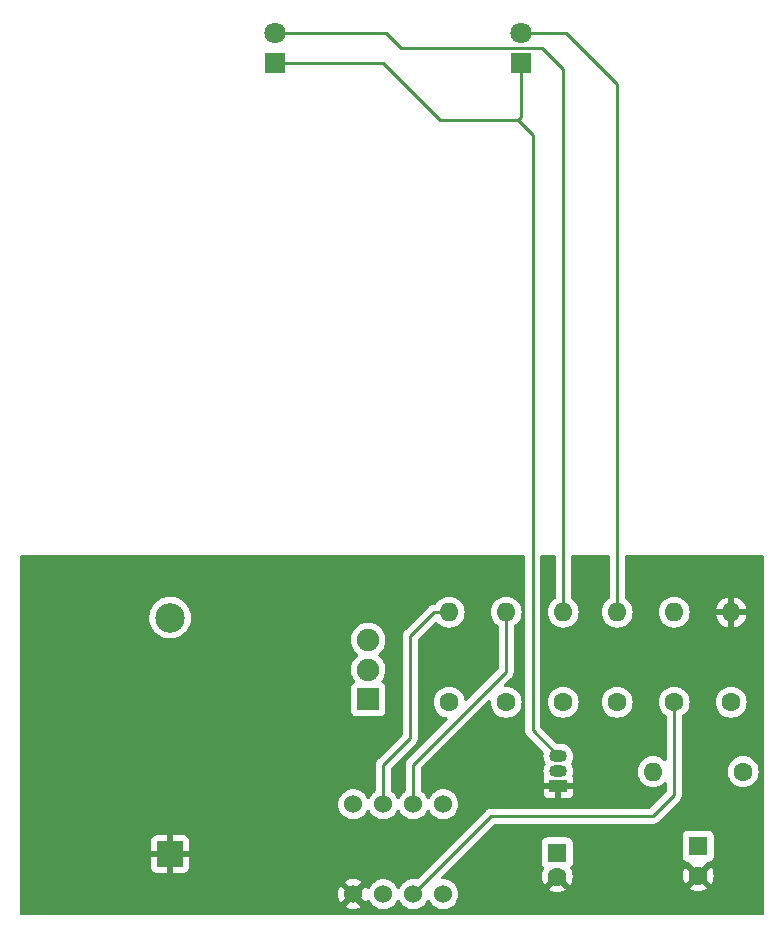
<source format=gbr>
%TF.GenerationSoftware,KiCad,Pcbnew,(6.0.7)*%
%TF.CreationDate,2022-09-19T10:22:26-04:00*%
%TF.ProjectId,proj_2,70726f6a-5f32-42e6-9b69-6361645f7063,rev?*%
%TF.SameCoordinates,Original*%
%TF.FileFunction,Copper,L2,Bot*%
%TF.FilePolarity,Positive*%
%FSLAX46Y46*%
G04 Gerber Fmt 4.6, Leading zero omitted, Abs format (unit mm)*
G04 Created by KiCad (PCBNEW (6.0.7)) date 2022-09-19 10:22:26*
%MOMM*%
%LPD*%
G01*
G04 APERTURE LIST*
%TA.AperFunction,ComponentPad*%
%ADD10C,1.600000*%
%TD*%
%TA.AperFunction,ComponentPad*%
%ADD11O,1.600000X1.600000*%
%TD*%
%TA.AperFunction,ComponentPad*%
%ADD12R,1.600000X1.600000*%
%TD*%
%TA.AperFunction,ComponentPad*%
%ADD13R,2.170000X2.170000*%
%TD*%
%TA.AperFunction,ComponentPad*%
%ADD14C,2.500000*%
%TD*%
%TA.AperFunction,ComponentPad*%
%ADD15R,1.500000X1.050000*%
%TD*%
%TA.AperFunction,ComponentPad*%
%ADD16O,1.500000X1.050000*%
%TD*%
%TA.AperFunction,ComponentPad*%
%ADD17R,1.800000X1.800000*%
%TD*%
%TA.AperFunction,ComponentPad*%
%ADD18C,1.800000*%
%TD*%
%TA.AperFunction,ComponentPad*%
%ADD19C,1.524000*%
%TD*%
%TA.AperFunction,ComponentPad*%
%ADD20R,1.900000X1.900000*%
%TD*%
%TA.AperFunction,ComponentPad*%
%ADD21C,1.900000*%
%TD*%
%TA.AperFunction,Conductor*%
%ADD22C,0.250000*%
%TD*%
G04 APERTURE END LIST*
D10*
%TO.P,R5,1*%
%TO.N,Net-(C2-Pad1)*%
X171450000Y-94272000D03*
D11*
%TO.P,R5,2*%
%TO.N,Net-(Q1-Pad2)*%
X163830000Y-94272000D03*
%TD*%
D10*
%TO.P,R6,1*%
%TO.N,VCC*%
X156210000Y-88392000D03*
D11*
%TO.P,R6,2*%
%TO.N,Net-(D1-Pad2)*%
X156210000Y-80772000D03*
%TD*%
D12*
%TO.P,C1,1*%
%TO.N,Net-(C1-Pad1)*%
X155702000Y-101152888D03*
D10*
%TO.P,C1,2*%
%TO.N,GND*%
X155702000Y-103152888D03*
%TD*%
%TO.P,R7,1*%
%TO.N,VCC*%
X160782000Y-88392000D03*
D11*
%TO.P,R7,2*%
%TO.N,Net-(D2-Pad2)*%
X160782000Y-80772000D03*
%TD*%
D13*
%TO.P,BAT1,Neg*%
%TO.N,GND*%
X122936000Y-101231700D03*
D14*
%TO.P,BAT1,Pos*%
%TO.N,Net-(BAT1-PadPos)*%
X122936000Y-81231700D03*
%TD*%
D10*
%TO.P,R1,1*%
%TO.N,VCC*%
X146558000Y-88392000D03*
D11*
%TO.P,R1,2*%
%TO.N,Net-(R1-Pad2)*%
X146558000Y-80772000D03*
%TD*%
D15*
%TO.P,Q1,1,E*%
%TO.N,GND*%
X155808000Y-95504000D03*
D16*
%TO.P,Q1,2,B*%
%TO.N,Net-(Q1-Pad2)*%
X155808000Y-94234000D03*
%TO.P,Q1,3,C*%
%TO.N,Net-(D1-Pad1)*%
X155808000Y-92964000D03*
%TD*%
D17*
%TO.P,D2,1,K*%
%TO.N,Net-(D1-Pad1)*%
X152654000Y-34295000D03*
D18*
%TO.P,D2,2,A*%
%TO.N,Net-(D2-Pad2)*%
X152654000Y-31755000D03*
%TD*%
D10*
%TO.P,R4,1*%
%TO.N,Net-(C2-Pad1)*%
X170434000Y-88392000D03*
D11*
%TO.P,R4,2*%
%TO.N,GND*%
X170434000Y-80772000D03*
%TD*%
D17*
%TO.P,D1,1,K*%
%TO.N,Net-(D1-Pad1)*%
X131826000Y-34295000D03*
D18*
%TO.P,D1,2,A*%
%TO.N,Net-(D1-Pad2)*%
X131826000Y-31755000D03*
%TD*%
D19*
%TO.P,U1,1,GND*%
%TO.N,GND*%
X138430000Y-104648000D03*
%TO.P,U1,2,~{TRIG}*%
%TO.N,Net-(C1-Pad1)*%
X140970000Y-104648000D03*
%TO.P,U1,3,OUT*%
%TO.N,Net-(R3-Pad1)*%
X143510000Y-104648000D03*
%TO.P,U1,4,~{RST}*%
%TO.N,VCC*%
X146050000Y-104648000D03*
%TO.P,U1,5,CV*%
%TO.N,unconnected-(U1-Pad5)*%
X146050000Y-97028000D03*
%TO.P,U1,6,THRESH*%
%TO.N,Net-(C1-Pad1)*%
X143510000Y-97028000D03*
%TO.P,U1,7,DIS*%
%TO.N,Net-(R1-Pad2)*%
X140970000Y-97028000D03*
%TO.P,U1,8,VDD*%
%TO.N,VCC*%
X138430000Y-97028000D03*
%TD*%
D20*
%TO.P,S1,1*%
%TO.N,unconnected-(S1-Pad1)*%
X139700000Y-88138000D03*
D21*
%TO.P,S1,2*%
%TO.N,VCC*%
X139700000Y-85638000D03*
%TO.P,S1,3*%
%TO.N,Net-(BAT1-PadPos)*%
X139700000Y-83138000D03*
%TD*%
D12*
%TO.P,C2,1*%
%TO.N,Net-(C2-Pad1)*%
X167640000Y-100584000D03*
D10*
%TO.P,C2,2*%
%TO.N,GND*%
X167640000Y-103084000D03*
%TD*%
%TO.P,R2,1*%
%TO.N,Net-(R1-Pad2)*%
X151384000Y-88392000D03*
D11*
%TO.P,R2,2*%
%TO.N,Net-(C1-Pad1)*%
X151384000Y-80772000D03*
%TD*%
D10*
%TO.P,R3,1*%
%TO.N,Net-(R3-Pad1)*%
X165608000Y-88392000D03*
D11*
%TO.P,R3,2*%
%TO.N,Net-(C2-Pad1)*%
X165608000Y-80772000D03*
%TD*%
D22*
%TO.N,Net-(D1-Pad2)*%
X156210000Y-34798000D02*
X156210000Y-80772000D01*
X154432000Y-33020000D02*
X156210000Y-34798000D01*
X142494000Y-33020000D02*
X154432000Y-33020000D01*
X141229000Y-31755000D02*
X142494000Y-33020000D01*
X131826000Y-31755000D02*
X141229000Y-31755000D01*
%TO.N,Net-(D1-Pad1)*%
X140975000Y-34295000D02*
X145796000Y-39116000D01*
X145796000Y-39116000D02*
X152400000Y-39116000D01*
X131826000Y-34295000D02*
X140975000Y-34295000D01*
%TO.N,Net-(D2-Pad2)*%
X160782000Y-36068000D02*
X160782000Y-80772000D01*
X156469000Y-31755000D02*
X160782000Y-36068000D01*
X152654000Y-31755000D02*
X156469000Y-31755000D01*
%TO.N,Net-(D1-Pad1)*%
X152654000Y-34295000D02*
X152654000Y-38862000D01*
X152654000Y-38862000D02*
X152400000Y-39116000D01*
X153625000Y-90781000D02*
X155808000Y-92964000D01*
X152400000Y-39116000D02*
X153625000Y-40341000D01*
X153625000Y-40341000D02*
X153625000Y-90781000D01*
%TO.N,Net-(C1-Pad1)*%
X151384000Y-80772000D02*
X151384000Y-85814602D01*
X151384000Y-85814602D02*
X143510000Y-93688602D01*
X143510000Y-93688602D02*
X143510000Y-97028000D01*
%TO.N,Net-(R1-Pad2)*%
X145288000Y-80772000D02*
X146558000Y-80772000D01*
X143256000Y-91440000D02*
X143256000Y-82804000D01*
X140970000Y-93726000D02*
X143256000Y-91440000D01*
X140970000Y-97028000D02*
X140970000Y-93726000D01*
X143256000Y-82804000D02*
X145288000Y-80772000D01*
%TO.N,Net-(R3-Pad1)*%
X163830000Y-98044000D02*
X165608000Y-96266000D01*
X165608000Y-96266000D02*
X165608000Y-88392000D01*
X143510000Y-104648000D02*
X150114000Y-98044000D01*
X150114000Y-98044000D02*
X163830000Y-98044000D01*
%TD*%
%TA.AperFunction,Conductor*%
%TO.N,GND*%
G36*
X152933621Y-75966002D02*
G01*
X152980114Y-76019658D01*
X152991500Y-76072000D01*
X152991500Y-90702233D01*
X152990973Y-90713416D01*
X152989298Y-90720909D01*
X152989547Y-90728835D01*
X152989547Y-90728836D01*
X152991438Y-90788986D01*
X152991500Y-90792945D01*
X152991500Y-90820856D01*
X152991997Y-90824790D01*
X152991997Y-90824791D01*
X152992005Y-90824856D01*
X152992938Y-90836693D01*
X152994327Y-90880889D01*
X152999978Y-90900339D01*
X153003987Y-90919700D01*
X153006526Y-90939797D01*
X153009445Y-90947168D01*
X153009445Y-90947170D01*
X153022804Y-90980912D01*
X153026649Y-90992142D01*
X153038982Y-91034593D01*
X153043015Y-91041412D01*
X153043017Y-91041417D01*
X153049293Y-91052028D01*
X153057988Y-91069776D01*
X153065448Y-91088617D01*
X153070110Y-91095033D01*
X153070110Y-91095034D01*
X153091436Y-91124387D01*
X153097952Y-91134307D01*
X153120458Y-91172362D01*
X153134779Y-91186683D01*
X153147619Y-91201716D01*
X153159528Y-91218107D01*
X153165634Y-91223158D01*
X153193605Y-91246298D01*
X153202384Y-91254288D01*
X154544482Y-92596386D01*
X154578508Y-92658698D01*
X154575752Y-92722740D01*
X154565710Y-92755180D01*
X154544524Y-92956750D01*
X154562894Y-93158596D01*
X154564632Y-93164502D01*
X154564633Y-93164506D01*
X154598935Y-93281051D01*
X154620119Y-93353029D01*
X154622972Y-93358486D01*
X154622973Y-93358489D01*
X154652412Y-93414800D01*
X154713923Y-93532460D01*
X154713923Y-93532462D01*
X154714019Y-93532645D01*
X154713984Y-93532663D01*
X154733889Y-93598441D01*
X154718729Y-93659409D01*
X154625644Y-93831565D01*
X154621494Y-93844971D01*
X154582026Y-93972473D01*
X154565710Y-94025180D01*
X154544524Y-94226750D01*
X154562894Y-94428596D01*
X154564632Y-94434502D01*
X154564633Y-94434506D01*
X154582322Y-94494607D01*
X154619069Y-94619461D01*
X154620119Y-94623029D01*
X154619441Y-94623229D01*
X154625956Y-94689273D01*
X154612680Y-94726323D01*
X154604679Y-94740937D01*
X154559522Y-94861394D01*
X154555895Y-94876649D01*
X154550369Y-94927514D01*
X154550000Y-94934328D01*
X154550000Y-95231885D01*
X154554475Y-95247124D01*
X154555865Y-95248329D01*
X154563548Y-95250000D01*
X155361758Y-95250000D01*
X155375803Y-95250785D01*
X155524817Y-95267500D01*
X156084004Y-95267500D01*
X156234713Y-95252723D01*
X156237002Y-95252032D01*
X156257724Y-95250000D01*
X157047884Y-95250000D01*
X157063123Y-95245525D01*
X157064328Y-95244135D01*
X157065999Y-95236452D01*
X157065999Y-94934331D01*
X157065629Y-94927510D01*
X157060105Y-94876648D01*
X157056479Y-94861396D01*
X157011323Y-94740944D01*
X157002886Y-94725534D01*
X156987716Y-94656177D01*
X156993040Y-94627764D01*
X157048468Y-94448706D01*
X157050290Y-94442820D01*
X157068820Y-94266525D01*
X157070832Y-94247378D01*
X157070832Y-94247377D01*
X157071476Y-94241250D01*
X157053106Y-94039404D01*
X157042450Y-94003196D01*
X156997620Y-93850880D01*
X156995881Y-93844971D01*
X156991951Y-93837452D01*
X156946211Y-93749961D01*
X156901981Y-93665355D01*
X156902016Y-93665337D01*
X156882111Y-93599559D01*
X156897271Y-93538591D01*
X156916417Y-93503182D01*
X156990356Y-93366435D01*
X157031352Y-93234000D01*
X157048468Y-93178707D01*
X157048469Y-93178704D01*
X157050290Y-93172820D01*
X157071476Y-92971250D01*
X157053106Y-92769404D01*
X157047189Y-92749297D01*
X156997620Y-92580880D01*
X156995881Y-92574971D01*
X156901981Y-92395355D01*
X156774981Y-92237399D01*
X156619719Y-92107119D01*
X156614327Y-92104155D01*
X156614323Y-92104152D01*
X156447506Y-92012444D01*
X156442109Y-92009477D01*
X156248916Y-91948193D01*
X156242799Y-91947507D01*
X156242795Y-91947506D01*
X156168652Y-91939190D01*
X156091183Y-91930500D01*
X155722595Y-91930500D01*
X155654474Y-91910498D01*
X155633500Y-91893595D01*
X154295405Y-90555500D01*
X154261379Y-90493188D01*
X154258500Y-90466405D01*
X154258500Y-88392000D01*
X154896502Y-88392000D01*
X154916457Y-88620087D01*
X154975716Y-88841243D01*
X154978039Y-88846224D01*
X154978039Y-88846225D01*
X155070151Y-89043762D01*
X155070154Y-89043767D01*
X155072477Y-89048749D01*
X155203802Y-89236300D01*
X155365700Y-89398198D01*
X155370208Y-89401355D01*
X155370211Y-89401357D01*
X155441482Y-89451261D01*
X155553251Y-89529523D01*
X155558233Y-89531846D01*
X155558238Y-89531849D01*
X155728825Y-89611394D01*
X155760757Y-89626284D01*
X155766065Y-89627706D01*
X155766067Y-89627707D01*
X155976598Y-89684119D01*
X155976600Y-89684119D01*
X155981913Y-89685543D01*
X156210000Y-89705498D01*
X156438087Y-89685543D01*
X156443400Y-89684119D01*
X156443402Y-89684119D01*
X156653933Y-89627707D01*
X156653935Y-89627706D01*
X156659243Y-89626284D01*
X156691175Y-89611394D01*
X156861762Y-89531849D01*
X156861767Y-89531846D01*
X156866749Y-89529523D01*
X156978518Y-89451261D01*
X157049789Y-89401357D01*
X157049792Y-89401355D01*
X157054300Y-89398198D01*
X157216198Y-89236300D01*
X157347523Y-89048749D01*
X157349846Y-89043767D01*
X157349849Y-89043762D01*
X157441961Y-88846225D01*
X157441961Y-88846224D01*
X157444284Y-88841243D01*
X157503543Y-88620087D01*
X157523498Y-88392000D01*
X159468502Y-88392000D01*
X159488457Y-88620087D01*
X159547716Y-88841243D01*
X159550039Y-88846224D01*
X159550039Y-88846225D01*
X159642151Y-89043762D01*
X159642154Y-89043767D01*
X159644477Y-89048749D01*
X159775802Y-89236300D01*
X159937700Y-89398198D01*
X159942208Y-89401355D01*
X159942211Y-89401357D01*
X160013482Y-89451261D01*
X160125251Y-89529523D01*
X160130233Y-89531846D01*
X160130238Y-89531849D01*
X160300825Y-89611394D01*
X160332757Y-89626284D01*
X160338065Y-89627706D01*
X160338067Y-89627707D01*
X160548598Y-89684119D01*
X160548600Y-89684119D01*
X160553913Y-89685543D01*
X160782000Y-89705498D01*
X161010087Y-89685543D01*
X161015400Y-89684119D01*
X161015402Y-89684119D01*
X161225933Y-89627707D01*
X161225935Y-89627706D01*
X161231243Y-89626284D01*
X161263175Y-89611394D01*
X161433762Y-89531849D01*
X161433767Y-89531846D01*
X161438749Y-89529523D01*
X161550518Y-89451261D01*
X161621789Y-89401357D01*
X161621792Y-89401355D01*
X161626300Y-89398198D01*
X161788198Y-89236300D01*
X161919523Y-89048749D01*
X161921846Y-89043767D01*
X161921849Y-89043762D01*
X162013961Y-88846225D01*
X162013961Y-88846224D01*
X162016284Y-88841243D01*
X162075543Y-88620087D01*
X162095498Y-88392000D01*
X162075543Y-88163913D01*
X162016284Y-87942757D01*
X162013961Y-87937775D01*
X161921849Y-87740238D01*
X161921846Y-87740233D01*
X161919523Y-87735251D01*
X161788198Y-87547700D01*
X161626300Y-87385802D01*
X161621792Y-87382645D01*
X161621789Y-87382643D01*
X161543611Y-87327902D01*
X161438749Y-87254477D01*
X161433767Y-87252154D01*
X161433762Y-87252151D01*
X161236225Y-87160039D01*
X161236224Y-87160039D01*
X161231243Y-87157716D01*
X161225935Y-87156294D01*
X161225933Y-87156293D01*
X161015402Y-87099881D01*
X161015400Y-87099881D01*
X161010087Y-87098457D01*
X160782000Y-87078502D01*
X160553913Y-87098457D01*
X160548600Y-87099881D01*
X160548598Y-87099881D01*
X160338067Y-87156293D01*
X160338065Y-87156294D01*
X160332757Y-87157716D01*
X160327776Y-87160039D01*
X160327775Y-87160039D01*
X160130238Y-87252151D01*
X160130233Y-87252154D01*
X160125251Y-87254477D01*
X160020389Y-87327902D01*
X159942211Y-87382643D01*
X159942208Y-87382645D01*
X159937700Y-87385802D01*
X159775802Y-87547700D01*
X159644477Y-87735251D01*
X159642154Y-87740233D01*
X159642151Y-87740238D01*
X159550039Y-87937775D01*
X159547716Y-87942757D01*
X159488457Y-88163913D01*
X159468502Y-88392000D01*
X157523498Y-88392000D01*
X157503543Y-88163913D01*
X157444284Y-87942757D01*
X157441961Y-87937775D01*
X157349849Y-87740238D01*
X157349846Y-87740233D01*
X157347523Y-87735251D01*
X157216198Y-87547700D01*
X157054300Y-87385802D01*
X157049792Y-87382645D01*
X157049789Y-87382643D01*
X156971611Y-87327902D01*
X156866749Y-87254477D01*
X156861767Y-87252154D01*
X156861762Y-87252151D01*
X156664225Y-87160039D01*
X156664224Y-87160039D01*
X156659243Y-87157716D01*
X156653935Y-87156294D01*
X156653933Y-87156293D01*
X156443402Y-87099881D01*
X156443400Y-87099881D01*
X156438087Y-87098457D01*
X156210000Y-87078502D01*
X155981913Y-87098457D01*
X155976600Y-87099881D01*
X155976598Y-87099881D01*
X155766067Y-87156293D01*
X155766065Y-87156294D01*
X155760757Y-87157716D01*
X155755776Y-87160039D01*
X155755775Y-87160039D01*
X155558238Y-87252151D01*
X155558233Y-87252154D01*
X155553251Y-87254477D01*
X155448389Y-87327902D01*
X155370211Y-87382643D01*
X155370208Y-87382645D01*
X155365700Y-87385802D01*
X155203802Y-87547700D01*
X155072477Y-87735251D01*
X155070154Y-87740233D01*
X155070151Y-87740238D01*
X154978039Y-87937775D01*
X154975716Y-87942757D01*
X154916457Y-88163913D01*
X154896502Y-88392000D01*
X154258500Y-88392000D01*
X154258500Y-76072000D01*
X154278502Y-76003879D01*
X154332158Y-75957386D01*
X154384500Y-75946000D01*
X155450500Y-75946000D01*
X155518621Y-75966002D01*
X155565114Y-76019658D01*
X155576500Y-76072000D01*
X155576500Y-79552606D01*
X155556498Y-79620727D01*
X155522771Y-79655819D01*
X155370211Y-79762643D01*
X155370208Y-79762645D01*
X155365700Y-79765802D01*
X155203802Y-79927700D01*
X155072477Y-80115251D01*
X155070154Y-80120233D01*
X155070151Y-80120238D01*
X154988836Y-80294620D01*
X154975716Y-80322757D01*
X154974294Y-80328065D01*
X154974293Y-80328067D01*
X154926756Y-80505478D01*
X154916457Y-80543913D01*
X154896502Y-80772000D01*
X154916457Y-81000087D01*
X154917881Y-81005400D01*
X154917881Y-81005402D01*
X154927031Y-81039548D01*
X154975716Y-81221243D01*
X154978039Y-81226224D01*
X154978039Y-81226225D01*
X155070151Y-81423762D01*
X155070154Y-81423767D01*
X155072477Y-81428749D01*
X155203802Y-81616300D01*
X155365700Y-81778198D01*
X155370208Y-81781355D01*
X155370211Y-81781357D01*
X155401282Y-81803113D01*
X155553251Y-81909523D01*
X155558233Y-81911846D01*
X155558238Y-81911849D01*
X155637807Y-81948952D01*
X155760757Y-82006284D01*
X155766065Y-82007706D01*
X155766067Y-82007707D01*
X155976598Y-82064119D01*
X155976600Y-82064119D01*
X155981913Y-82065543D01*
X156210000Y-82085498D01*
X156438087Y-82065543D01*
X156443400Y-82064119D01*
X156443402Y-82064119D01*
X156653933Y-82007707D01*
X156653935Y-82007706D01*
X156659243Y-82006284D01*
X156782193Y-81948952D01*
X156861762Y-81911849D01*
X156861767Y-81911846D01*
X156866749Y-81909523D01*
X157018718Y-81803113D01*
X157049789Y-81781357D01*
X157049792Y-81781355D01*
X157054300Y-81778198D01*
X157216198Y-81616300D01*
X157347523Y-81428749D01*
X157349846Y-81423767D01*
X157349849Y-81423762D01*
X157441961Y-81226225D01*
X157441961Y-81226224D01*
X157444284Y-81221243D01*
X157492970Y-81039548D01*
X157502119Y-81005402D01*
X157502119Y-81005400D01*
X157503543Y-81000087D01*
X157523498Y-80772000D01*
X157503543Y-80543913D01*
X157493244Y-80505478D01*
X157445707Y-80328067D01*
X157445706Y-80328065D01*
X157444284Y-80322757D01*
X157431164Y-80294620D01*
X157349849Y-80120238D01*
X157349846Y-80120233D01*
X157347523Y-80115251D01*
X157216198Y-79927700D01*
X157054300Y-79765802D01*
X157049792Y-79762645D01*
X157049789Y-79762643D01*
X156897229Y-79655819D01*
X156852901Y-79600362D01*
X156843500Y-79552606D01*
X156843500Y-76072000D01*
X156863502Y-76003879D01*
X156917158Y-75957386D01*
X156969500Y-75946000D01*
X160022500Y-75946000D01*
X160090621Y-75966002D01*
X160137114Y-76019658D01*
X160148500Y-76072000D01*
X160148500Y-79552606D01*
X160128498Y-79620727D01*
X160094771Y-79655819D01*
X159942211Y-79762643D01*
X159942208Y-79762645D01*
X159937700Y-79765802D01*
X159775802Y-79927700D01*
X159644477Y-80115251D01*
X159642154Y-80120233D01*
X159642151Y-80120238D01*
X159560836Y-80294620D01*
X159547716Y-80322757D01*
X159546294Y-80328065D01*
X159546293Y-80328067D01*
X159498756Y-80505478D01*
X159488457Y-80543913D01*
X159468502Y-80772000D01*
X159488457Y-81000087D01*
X159489881Y-81005400D01*
X159489881Y-81005402D01*
X159499031Y-81039548D01*
X159547716Y-81221243D01*
X159550039Y-81226224D01*
X159550039Y-81226225D01*
X159642151Y-81423762D01*
X159642154Y-81423767D01*
X159644477Y-81428749D01*
X159775802Y-81616300D01*
X159937700Y-81778198D01*
X159942208Y-81781355D01*
X159942211Y-81781357D01*
X159973282Y-81803113D01*
X160125251Y-81909523D01*
X160130233Y-81911846D01*
X160130238Y-81911849D01*
X160209807Y-81948952D01*
X160332757Y-82006284D01*
X160338065Y-82007706D01*
X160338067Y-82007707D01*
X160548598Y-82064119D01*
X160548600Y-82064119D01*
X160553913Y-82065543D01*
X160782000Y-82085498D01*
X161010087Y-82065543D01*
X161015400Y-82064119D01*
X161015402Y-82064119D01*
X161225933Y-82007707D01*
X161225935Y-82007706D01*
X161231243Y-82006284D01*
X161354193Y-81948952D01*
X161433762Y-81911849D01*
X161433767Y-81911846D01*
X161438749Y-81909523D01*
X161590718Y-81803113D01*
X161621789Y-81781357D01*
X161621792Y-81781355D01*
X161626300Y-81778198D01*
X161788198Y-81616300D01*
X161919523Y-81428749D01*
X161921846Y-81423767D01*
X161921849Y-81423762D01*
X162013961Y-81226225D01*
X162013961Y-81226224D01*
X162016284Y-81221243D01*
X162064970Y-81039548D01*
X162074119Y-81005402D01*
X162074119Y-81005400D01*
X162075543Y-81000087D01*
X162095498Y-80772000D01*
X164294502Y-80772000D01*
X164314457Y-81000087D01*
X164315881Y-81005400D01*
X164315881Y-81005402D01*
X164325031Y-81039548D01*
X164373716Y-81221243D01*
X164376039Y-81226224D01*
X164376039Y-81226225D01*
X164468151Y-81423762D01*
X164468154Y-81423767D01*
X164470477Y-81428749D01*
X164601802Y-81616300D01*
X164763700Y-81778198D01*
X164768208Y-81781355D01*
X164768211Y-81781357D01*
X164799282Y-81803113D01*
X164951251Y-81909523D01*
X164956233Y-81911846D01*
X164956238Y-81911849D01*
X165035807Y-81948952D01*
X165158757Y-82006284D01*
X165164065Y-82007706D01*
X165164067Y-82007707D01*
X165374598Y-82064119D01*
X165374600Y-82064119D01*
X165379913Y-82065543D01*
X165608000Y-82085498D01*
X165836087Y-82065543D01*
X165841400Y-82064119D01*
X165841402Y-82064119D01*
X166051933Y-82007707D01*
X166051935Y-82007706D01*
X166057243Y-82006284D01*
X166180193Y-81948952D01*
X166259762Y-81911849D01*
X166259767Y-81911846D01*
X166264749Y-81909523D01*
X166416718Y-81803113D01*
X166447789Y-81781357D01*
X166447792Y-81781355D01*
X166452300Y-81778198D01*
X166614198Y-81616300D01*
X166745523Y-81428749D01*
X166747846Y-81423767D01*
X166747849Y-81423762D01*
X166839961Y-81226225D01*
X166839961Y-81226224D01*
X166842284Y-81221243D01*
X166890970Y-81039548D01*
X166891245Y-81038522D01*
X169151273Y-81038522D01*
X169198764Y-81215761D01*
X169202510Y-81226053D01*
X169294586Y-81423511D01*
X169300069Y-81433007D01*
X169425028Y-81611467D01*
X169432084Y-81619875D01*
X169586125Y-81773916D01*
X169594533Y-81780972D01*
X169772993Y-81905931D01*
X169782489Y-81911414D01*
X169979947Y-82003490D01*
X169990239Y-82007236D01*
X170162503Y-82053394D01*
X170176599Y-82053058D01*
X170180000Y-82045116D01*
X170180000Y-82039967D01*
X170688000Y-82039967D01*
X170691973Y-82053498D01*
X170700522Y-82054727D01*
X170877761Y-82007236D01*
X170888053Y-82003490D01*
X171085511Y-81911414D01*
X171095007Y-81905931D01*
X171273467Y-81780972D01*
X171281875Y-81773916D01*
X171435916Y-81619875D01*
X171442972Y-81611467D01*
X171567931Y-81433007D01*
X171573414Y-81423511D01*
X171665490Y-81226053D01*
X171669236Y-81215761D01*
X171715394Y-81043497D01*
X171715058Y-81029401D01*
X171707116Y-81026000D01*
X170706115Y-81026000D01*
X170690876Y-81030475D01*
X170689671Y-81031865D01*
X170688000Y-81039548D01*
X170688000Y-82039967D01*
X170180000Y-82039967D01*
X170180000Y-81044115D01*
X170175525Y-81028876D01*
X170174135Y-81027671D01*
X170166452Y-81026000D01*
X169166033Y-81026000D01*
X169152502Y-81029973D01*
X169151273Y-81038522D01*
X166891245Y-81038522D01*
X166900119Y-81005402D01*
X166900119Y-81005400D01*
X166901543Y-81000087D01*
X166921498Y-80772000D01*
X166901543Y-80543913D01*
X166891244Y-80505478D01*
X166889911Y-80500503D01*
X169152606Y-80500503D01*
X169152942Y-80514599D01*
X169160884Y-80518000D01*
X170161885Y-80518000D01*
X170177124Y-80513525D01*
X170178329Y-80512135D01*
X170180000Y-80504452D01*
X170180000Y-80499885D01*
X170688000Y-80499885D01*
X170692475Y-80515124D01*
X170693865Y-80516329D01*
X170701548Y-80518000D01*
X171701967Y-80518000D01*
X171715498Y-80514027D01*
X171716727Y-80505478D01*
X171669236Y-80328239D01*
X171665490Y-80317947D01*
X171573414Y-80120489D01*
X171567931Y-80110993D01*
X171442972Y-79932533D01*
X171435916Y-79924125D01*
X171281875Y-79770084D01*
X171273467Y-79763028D01*
X171095007Y-79638069D01*
X171085511Y-79632586D01*
X170888053Y-79540510D01*
X170877761Y-79536764D01*
X170705497Y-79490606D01*
X170691401Y-79490942D01*
X170688000Y-79498884D01*
X170688000Y-80499885D01*
X170180000Y-80499885D01*
X170180000Y-79504033D01*
X170176027Y-79490502D01*
X170167478Y-79489273D01*
X169990239Y-79536764D01*
X169979947Y-79540510D01*
X169782489Y-79632586D01*
X169772993Y-79638069D01*
X169594533Y-79763028D01*
X169586125Y-79770084D01*
X169432084Y-79924125D01*
X169425028Y-79932533D01*
X169300069Y-80110993D01*
X169294586Y-80120489D01*
X169202510Y-80317947D01*
X169198764Y-80328239D01*
X169152606Y-80500503D01*
X166889911Y-80500503D01*
X166843707Y-80328067D01*
X166843706Y-80328065D01*
X166842284Y-80322757D01*
X166829164Y-80294620D01*
X166747849Y-80120238D01*
X166747846Y-80120233D01*
X166745523Y-80115251D01*
X166614198Y-79927700D01*
X166452300Y-79765802D01*
X166447792Y-79762645D01*
X166447789Y-79762643D01*
X166369611Y-79707902D01*
X166264749Y-79634477D01*
X166259767Y-79632154D01*
X166259762Y-79632151D01*
X166062225Y-79540039D01*
X166062224Y-79540039D01*
X166057243Y-79537716D01*
X166051935Y-79536294D01*
X166051933Y-79536293D01*
X165841402Y-79479881D01*
X165841400Y-79479881D01*
X165836087Y-79478457D01*
X165608000Y-79458502D01*
X165379913Y-79478457D01*
X165374600Y-79479881D01*
X165374598Y-79479881D01*
X165164067Y-79536293D01*
X165164065Y-79536294D01*
X165158757Y-79537716D01*
X165153776Y-79540039D01*
X165153775Y-79540039D01*
X164956238Y-79632151D01*
X164956233Y-79632154D01*
X164951251Y-79634477D01*
X164846389Y-79707902D01*
X164768211Y-79762643D01*
X164768208Y-79762645D01*
X164763700Y-79765802D01*
X164601802Y-79927700D01*
X164470477Y-80115251D01*
X164468154Y-80120233D01*
X164468151Y-80120238D01*
X164386836Y-80294620D01*
X164373716Y-80322757D01*
X164372294Y-80328065D01*
X164372293Y-80328067D01*
X164324756Y-80505478D01*
X164314457Y-80543913D01*
X164294502Y-80772000D01*
X162095498Y-80772000D01*
X162075543Y-80543913D01*
X162065244Y-80505478D01*
X162017707Y-80328067D01*
X162017706Y-80328065D01*
X162016284Y-80322757D01*
X162003164Y-80294620D01*
X161921849Y-80120238D01*
X161921846Y-80120233D01*
X161919523Y-80115251D01*
X161788198Y-79927700D01*
X161626300Y-79765802D01*
X161621792Y-79762645D01*
X161621789Y-79762643D01*
X161469229Y-79655819D01*
X161424901Y-79600362D01*
X161415500Y-79552606D01*
X161415500Y-76072000D01*
X161435502Y-76003879D01*
X161489158Y-75957386D01*
X161541500Y-75946000D01*
X173102000Y-75946000D01*
X173170121Y-75966002D01*
X173216614Y-76019658D01*
X173228000Y-76072000D01*
X173228000Y-106300000D01*
X173207998Y-106368121D01*
X173154342Y-106414614D01*
X173102000Y-106426000D01*
X110362000Y-106426000D01*
X110293879Y-106405998D01*
X110247386Y-106352342D01*
X110236000Y-106300000D01*
X110236000Y-105706777D01*
X137735777Y-105706777D01*
X137745074Y-105718793D01*
X137788069Y-105748898D01*
X137797555Y-105754376D01*
X137988993Y-105843645D01*
X137999285Y-105847391D01*
X138203309Y-105902059D01*
X138214104Y-105903962D01*
X138424525Y-105922372D01*
X138435475Y-105922372D01*
X138645896Y-105903962D01*
X138656691Y-105902059D01*
X138860715Y-105847391D01*
X138871007Y-105843645D01*
X139062445Y-105754376D01*
X139071931Y-105748898D01*
X139115764Y-105718207D01*
X139124139Y-105707729D01*
X139117071Y-105694281D01*
X138442812Y-105020022D01*
X138428868Y-105012408D01*
X138427035Y-105012539D01*
X138420420Y-105016790D01*
X137742207Y-105695003D01*
X137735777Y-105706777D01*
X110236000Y-105706777D01*
X110236000Y-104653475D01*
X137155628Y-104653475D01*
X137174038Y-104863896D01*
X137175941Y-104874691D01*
X137230609Y-105078715D01*
X137234355Y-105089007D01*
X137323623Y-105280441D01*
X137329103Y-105289932D01*
X137359794Y-105333765D01*
X137370271Y-105342140D01*
X137383718Y-105335072D01*
X138057978Y-104660812D01*
X138064356Y-104649132D01*
X138794408Y-104649132D01*
X138794539Y-104650965D01*
X138798790Y-104657580D01*
X139477003Y-105335793D01*
X139488777Y-105342223D01*
X139500793Y-105332926D01*
X139530897Y-105289932D01*
X139536377Y-105280441D01*
X139585529Y-105175035D01*
X139632447Y-105121750D01*
X139700724Y-105102289D01*
X139768684Y-105122831D01*
X139813919Y-105175035D01*
X139863186Y-105280689D01*
X139863189Y-105280694D01*
X139865512Y-105285676D01*
X139868668Y-105290183D01*
X139868669Y-105290185D01*
X139905107Y-105342223D01*
X139993023Y-105467781D01*
X140150219Y-105624977D01*
X140154727Y-105628134D01*
X140154730Y-105628136D01*
X140230495Y-105681187D01*
X140332323Y-105752488D01*
X140337305Y-105754811D01*
X140337310Y-105754814D01*
X140527810Y-105843645D01*
X140533804Y-105846440D01*
X140539112Y-105847862D01*
X140539114Y-105847863D01*
X140604949Y-105865503D01*
X140748537Y-105903978D01*
X140970000Y-105923353D01*
X141191463Y-105903978D01*
X141335051Y-105865503D01*
X141400886Y-105847863D01*
X141400888Y-105847862D01*
X141406196Y-105846440D01*
X141412190Y-105843645D01*
X141602690Y-105754814D01*
X141602695Y-105754811D01*
X141607677Y-105752488D01*
X141709505Y-105681187D01*
X141785270Y-105628136D01*
X141785273Y-105628134D01*
X141789781Y-105624977D01*
X141946977Y-105467781D01*
X142034894Y-105342223D01*
X142071331Y-105290185D01*
X142071332Y-105290183D01*
X142074488Y-105285676D01*
X142076811Y-105280694D01*
X142076814Y-105280689D01*
X142125805Y-105175627D01*
X142172723Y-105122342D01*
X142241000Y-105102881D01*
X142308960Y-105123423D01*
X142354195Y-105175627D01*
X142403186Y-105280689D01*
X142403189Y-105280694D01*
X142405512Y-105285676D01*
X142408668Y-105290183D01*
X142408669Y-105290185D01*
X142445107Y-105342223D01*
X142533023Y-105467781D01*
X142690219Y-105624977D01*
X142694727Y-105628134D01*
X142694730Y-105628136D01*
X142770495Y-105681187D01*
X142872323Y-105752488D01*
X142877305Y-105754811D01*
X142877310Y-105754814D01*
X143067810Y-105843645D01*
X143073804Y-105846440D01*
X143079112Y-105847862D01*
X143079114Y-105847863D01*
X143144949Y-105865503D01*
X143288537Y-105903978D01*
X143510000Y-105923353D01*
X143731463Y-105903978D01*
X143875051Y-105865503D01*
X143940886Y-105847863D01*
X143940888Y-105847862D01*
X143946196Y-105846440D01*
X143952190Y-105843645D01*
X144142690Y-105754814D01*
X144142695Y-105754811D01*
X144147677Y-105752488D01*
X144249505Y-105681187D01*
X144325270Y-105628136D01*
X144325273Y-105628134D01*
X144329781Y-105624977D01*
X144486977Y-105467781D01*
X144574894Y-105342223D01*
X144611331Y-105290185D01*
X144611332Y-105290183D01*
X144614488Y-105285676D01*
X144616811Y-105280694D01*
X144616814Y-105280689D01*
X144665805Y-105175627D01*
X144712723Y-105122342D01*
X144781000Y-105102881D01*
X144848960Y-105123423D01*
X144894195Y-105175627D01*
X144943186Y-105280689D01*
X144943189Y-105280694D01*
X144945512Y-105285676D01*
X144948668Y-105290183D01*
X144948669Y-105290185D01*
X144985107Y-105342223D01*
X145073023Y-105467781D01*
X145230219Y-105624977D01*
X145234727Y-105628134D01*
X145234730Y-105628136D01*
X145310495Y-105681187D01*
X145412323Y-105752488D01*
X145417305Y-105754811D01*
X145417310Y-105754814D01*
X145607810Y-105843645D01*
X145613804Y-105846440D01*
X145619112Y-105847862D01*
X145619114Y-105847863D01*
X145684949Y-105865503D01*
X145828537Y-105903978D01*
X146050000Y-105923353D01*
X146271463Y-105903978D01*
X146415051Y-105865503D01*
X146480886Y-105847863D01*
X146480888Y-105847862D01*
X146486196Y-105846440D01*
X146492190Y-105843645D01*
X146682690Y-105754814D01*
X146682695Y-105754811D01*
X146687677Y-105752488D01*
X146789505Y-105681187D01*
X146865270Y-105628136D01*
X146865273Y-105628134D01*
X146869781Y-105624977D01*
X147026977Y-105467781D01*
X147114894Y-105342223D01*
X147151331Y-105290185D01*
X147151332Y-105290183D01*
X147154488Y-105285676D01*
X147156811Y-105280694D01*
X147156814Y-105280689D01*
X147246117Y-105089178D01*
X147246118Y-105089177D01*
X147248440Y-105084196D01*
X147305978Y-104869463D01*
X147325353Y-104648000D01*
X147305978Y-104426537D01*
X147255714Y-104238950D01*
X154980493Y-104238950D01*
X154989789Y-104250965D01*
X155040994Y-104286819D01*
X155050489Y-104292302D01*
X155247947Y-104384378D01*
X155258239Y-104388124D01*
X155468688Y-104444513D01*
X155479481Y-104446416D01*
X155696525Y-104465405D01*
X155707475Y-104465405D01*
X155924519Y-104446416D01*
X155935312Y-104444513D01*
X156145761Y-104388124D01*
X156156053Y-104384378D01*
X156353511Y-104292302D01*
X156363006Y-104286819D01*
X156415048Y-104250379D01*
X156423424Y-104239900D01*
X156416356Y-104226454D01*
X156359964Y-104170062D01*
X166918493Y-104170062D01*
X166927789Y-104182077D01*
X166978994Y-104217931D01*
X166988489Y-104223414D01*
X167185947Y-104315490D01*
X167196239Y-104319236D01*
X167406688Y-104375625D01*
X167417481Y-104377528D01*
X167634525Y-104396517D01*
X167645475Y-104396517D01*
X167862519Y-104377528D01*
X167873312Y-104375625D01*
X168083761Y-104319236D01*
X168094053Y-104315490D01*
X168291511Y-104223414D01*
X168301006Y-104217931D01*
X168353048Y-104181491D01*
X168361424Y-104171012D01*
X168354356Y-104157566D01*
X167652812Y-103456022D01*
X167638868Y-103448408D01*
X167637035Y-103448539D01*
X167630420Y-103452790D01*
X166924923Y-104158287D01*
X166918493Y-104170062D01*
X156359964Y-104170062D01*
X155714812Y-103524910D01*
X155700868Y-103517296D01*
X155699035Y-103517427D01*
X155692420Y-103521678D01*
X154986923Y-104227175D01*
X154980493Y-104238950D01*
X147255714Y-104238950D01*
X147252559Y-104227175D01*
X147249863Y-104217114D01*
X147249862Y-104217112D01*
X147248440Y-104211804D01*
X147230148Y-104172577D01*
X147156814Y-104015311D01*
X147156811Y-104015306D01*
X147154488Y-104010324D01*
X147151331Y-104005815D01*
X147030136Y-103832730D01*
X147030134Y-103832727D01*
X147026977Y-103828219D01*
X146869781Y-103671023D01*
X146865273Y-103667866D01*
X146865270Y-103667864D01*
X146778263Y-103606941D01*
X146687677Y-103543512D01*
X146682695Y-103541189D01*
X146682690Y-103541186D01*
X146491178Y-103451883D01*
X146491177Y-103451882D01*
X146486196Y-103449560D01*
X146480888Y-103448138D01*
X146480886Y-103448137D01*
X146380781Y-103421314D01*
X146271463Y-103392022D01*
X146050000Y-103372647D01*
X146044525Y-103373126D01*
X145990767Y-103377829D01*
X145921162Y-103363839D01*
X145870170Y-103314440D01*
X145853980Y-103245314D01*
X145877733Y-103178409D01*
X145890691Y-103163213D01*
X145895541Y-103158363D01*
X154389483Y-103158363D01*
X154408472Y-103375407D01*
X154410375Y-103386200D01*
X154466764Y-103596649D01*
X154470510Y-103606941D01*
X154562586Y-103804399D01*
X154568069Y-103813894D01*
X154604509Y-103865936D01*
X154614988Y-103874312D01*
X154628434Y-103867244D01*
X155612905Y-102882773D01*
X155675217Y-102848747D01*
X155746032Y-102853812D01*
X155791095Y-102882773D01*
X156776287Y-103867965D01*
X156788062Y-103874395D01*
X156800077Y-103865099D01*
X156835931Y-103813894D01*
X156841414Y-103804399D01*
X156933490Y-103606941D01*
X156937236Y-103596649D01*
X156993625Y-103386200D01*
X156995528Y-103375407D01*
X157014517Y-103158363D01*
X157014517Y-103147413D01*
X157009448Y-103089475D01*
X166327483Y-103089475D01*
X166346472Y-103306519D01*
X166348375Y-103317312D01*
X166404764Y-103527761D01*
X166408510Y-103538053D01*
X166500586Y-103735511D01*
X166506069Y-103745006D01*
X166542509Y-103797048D01*
X166552988Y-103805424D01*
X166566434Y-103798356D01*
X167267978Y-103096812D01*
X167274356Y-103085132D01*
X168004408Y-103085132D01*
X168004539Y-103086965D01*
X168008790Y-103093580D01*
X168714287Y-103799077D01*
X168726062Y-103805507D01*
X168738077Y-103796211D01*
X168773931Y-103745006D01*
X168779414Y-103735511D01*
X168871490Y-103538053D01*
X168875236Y-103527761D01*
X168931625Y-103317312D01*
X168933528Y-103306519D01*
X168952517Y-103089475D01*
X168952517Y-103078525D01*
X168933528Y-102861481D01*
X168931625Y-102850688D01*
X168875236Y-102640239D01*
X168871490Y-102629947D01*
X168779414Y-102432489D01*
X168773931Y-102422994D01*
X168737491Y-102370952D01*
X168727012Y-102362576D01*
X168713566Y-102369644D01*
X168012022Y-103071188D01*
X168004408Y-103085132D01*
X167274356Y-103085132D01*
X167275592Y-103082868D01*
X167275461Y-103081035D01*
X167271210Y-103074420D01*
X166565713Y-102368923D01*
X166553938Y-102362493D01*
X166541923Y-102371789D01*
X166506069Y-102422994D01*
X166500586Y-102432489D01*
X166408510Y-102629947D01*
X166404764Y-102640239D01*
X166348375Y-102850688D01*
X166346472Y-102861481D01*
X166327483Y-103078525D01*
X166327483Y-103089475D01*
X157009448Y-103089475D01*
X156995528Y-102930369D01*
X156993625Y-102919576D01*
X156937236Y-102709127D01*
X156933490Y-102698835D01*
X156841414Y-102501377D01*
X156835929Y-102491877D01*
X156835299Y-102490978D01*
X156835144Y-102490518D01*
X156833182Y-102487120D01*
X156833865Y-102486726D01*
X156812612Y-102423704D01*
X156829898Y-102354844D01*
X156852934Y-102329085D01*
X156851730Y-102327881D01*
X156858081Y-102321530D01*
X156865261Y-102316149D01*
X156870642Y-102308969D01*
X156870645Y-102308966D01*
X156947229Y-102206779D01*
X156952615Y-102199593D01*
X157003745Y-102063204D01*
X157010500Y-102001022D01*
X157010500Y-101432134D01*
X166331500Y-101432134D01*
X166338255Y-101494316D01*
X166389385Y-101630705D01*
X166476739Y-101747261D01*
X166593295Y-101834615D01*
X166729684Y-101885745D01*
X166773252Y-101890478D01*
X166788486Y-101892133D01*
X166788489Y-101892133D01*
X166791866Y-101892500D01*
X166795185Y-101892500D01*
X166862110Y-101916153D01*
X166897804Y-101962156D01*
X166899734Y-101961141D01*
X166905442Y-101972000D01*
X166905632Y-101972245D01*
X166905653Y-101972403D01*
X166925644Y-102010434D01*
X167627188Y-102711978D01*
X167641132Y-102719592D01*
X167642965Y-102719461D01*
X167649580Y-102715210D01*
X168355077Y-102009713D01*
X168377871Y-101967971D01*
X168380047Y-101957971D01*
X168430253Y-101907773D01*
X168483814Y-101892549D01*
X168484719Y-101892500D01*
X168488134Y-101892500D01*
X168491530Y-101892131D01*
X168491532Y-101892131D01*
X168503879Y-101890790D01*
X168550316Y-101885745D01*
X168686705Y-101834615D01*
X168803261Y-101747261D01*
X168890615Y-101630705D01*
X168941745Y-101494316D01*
X168948500Y-101432134D01*
X168948500Y-99735866D01*
X168941745Y-99673684D01*
X168890615Y-99537295D01*
X168803261Y-99420739D01*
X168686705Y-99333385D01*
X168550316Y-99282255D01*
X168488134Y-99275500D01*
X166791866Y-99275500D01*
X166729684Y-99282255D01*
X166593295Y-99333385D01*
X166476739Y-99420739D01*
X166389385Y-99537295D01*
X166338255Y-99673684D01*
X166331500Y-99735866D01*
X166331500Y-101432134D01*
X157010500Y-101432134D01*
X157010500Y-100304754D01*
X157003745Y-100242572D01*
X156952615Y-100106183D01*
X156865261Y-99989627D01*
X156748705Y-99902273D01*
X156612316Y-99851143D01*
X156550134Y-99844388D01*
X154853866Y-99844388D01*
X154791684Y-99851143D01*
X154655295Y-99902273D01*
X154538739Y-99989627D01*
X154451385Y-100106183D01*
X154400255Y-100242572D01*
X154393500Y-100304754D01*
X154393500Y-102001022D01*
X154400255Y-102063204D01*
X154451385Y-102199593D01*
X154456771Y-102206779D01*
X154533355Y-102308966D01*
X154533358Y-102308969D01*
X154538739Y-102316149D01*
X154545919Y-102321530D01*
X154552270Y-102327881D01*
X154550128Y-102330023D01*
X154583564Y-102374734D01*
X154588594Y-102445552D01*
X154570477Y-102486923D01*
X154570818Y-102487120D01*
X154569048Y-102490186D01*
X154568701Y-102490978D01*
X154568071Y-102491877D01*
X154562586Y-102501377D01*
X154470510Y-102698835D01*
X154466764Y-102709127D01*
X154410375Y-102919576D01*
X154408472Y-102930369D01*
X154389483Y-103147413D01*
X154389483Y-103158363D01*
X145895541Y-103158363D01*
X150339499Y-98714405D01*
X150401811Y-98680379D01*
X150428594Y-98677500D01*
X163751233Y-98677500D01*
X163762416Y-98678027D01*
X163769909Y-98679702D01*
X163777835Y-98679453D01*
X163777836Y-98679453D01*
X163837986Y-98677562D01*
X163841945Y-98677500D01*
X163869856Y-98677500D01*
X163873791Y-98677003D01*
X163873856Y-98676995D01*
X163885693Y-98676062D01*
X163917951Y-98675048D01*
X163921970Y-98674922D01*
X163929889Y-98674673D01*
X163949343Y-98669021D01*
X163968700Y-98665013D01*
X163980930Y-98663468D01*
X163980931Y-98663468D01*
X163988797Y-98662474D01*
X163996168Y-98659555D01*
X163996170Y-98659555D01*
X164029912Y-98646196D01*
X164041142Y-98642351D01*
X164075983Y-98632229D01*
X164075984Y-98632229D01*
X164083593Y-98630018D01*
X164090412Y-98625985D01*
X164090417Y-98625983D01*
X164101028Y-98619707D01*
X164118776Y-98611012D01*
X164137617Y-98603552D01*
X164173387Y-98577564D01*
X164183307Y-98571048D01*
X164214535Y-98552580D01*
X164214538Y-98552578D01*
X164221362Y-98548542D01*
X164235683Y-98534221D01*
X164250717Y-98521380D01*
X164260694Y-98514131D01*
X164267107Y-98509472D01*
X164295298Y-98475395D01*
X164303288Y-98466616D01*
X166000247Y-96769657D01*
X166008537Y-96762113D01*
X166015018Y-96758000D01*
X166061659Y-96708332D01*
X166064413Y-96705491D01*
X166084135Y-96685769D01*
X166086619Y-96682567D01*
X166094317Y-96673555D01*
X166119161Y-96647098D01*
X166124586Y-96641321D01*
X166134347Y-96623566D01*
X166145198Y-96607047D01*
X166157614Y-96591041D01*
X166175174Y-96550463D01*
X166180391Y-96539813D01*
X166201695Y-96501060D01*
X166206733Y-96481437D01*
X166213137Y-96462734D01*
X166218033Y-96451420D01*
X166218033Y-96451419D01*
X166221181Y-96444145D01*
X166222420Y-96436322D01*
X166222423Y-96436312D01*
X166228099Y-96400476D01*
X166230505Y-96388856D01*
X166239528Y-96353711D01*
X166239528Y-96353710D01*
X166241500Y-96346030D01*
X166241500Y-96325776D01*
X166243051Y-96306065D01*
X166244980Y-96293886D01*
X166246220Y-96286057D01*
X166242059Y-96242038D01*
X166241500Y-96230181D01*
X166241500Y-94272000D01*
X170136502Y-94272000D01*
X170156457Y-94500087D01*
X170157881Y-94505400D01*
X170157881Y-94505402D01*
X170207150Y-94689273D01*
X170215716Y-94721243D01*
X170218039Y-94726224D01*
X170218039Y-94726225D01*
X170310151Y-94923762D01*
X170310154Y-94923767D01*
X170312477Y-94928749D01*
X170443802Y-95116300D01*
X170605700Y-95278198D01*
X170610208Y-95281355D01*
X170610211Y-95281357D01*
X170611398Y-95282188D01*
X170793251Y-95409523D01*
X170798233Y-95411846D01*
X170798238Y-95411849D01*
X170995775Y-95503961D01*
X171000757Y-95506284D01*
X171006065Y-95507706D01*
X171006067Y-95507707D01*
X171216598Y-95564119D01*
X171216600Y-95564119D01*
X171221913Y-95565543D01*
X171450000Y-95585498D01*
X171678087Y-95565543D01*
X171683400Y-95564119D01*
X171683402Y-95564119D01*
X171893933Y-95507707D01*
X171893935Y-95507706D01*
X171899243Y-95506284D01*
X171904225Y-95503961D01*
X172101762Y-95411849D01*
X172101767Y-95411846D01*
X172106749Y-95409523D01*
X172288602Y-95282188D01*
X172289789Y-95281357D01*
X172289792Y-95281355D01*
X172294300Y-95278198D01*
X172456198Y-95116300D01*
X172587523Y-94928749D01*
X172589846Y-94923767D01*
X172589849Y-94923762D01*
X172681961Y-94726225D01*
X172681961Y-94726224D01*
X172684284Y-94721243D01*
X172692851Y-94689273D01*
X172742119Y-94505402D01*
X172742119Y-94505400D01*
X172743543Y-94500087D01*
X172763498Y-94272000D01*
X172743543Y-94043913D01*
X172740165Y-94031306D01*
X172685707Y-93828067D01*
X172685706Y-93828065D01*
X172684284Y-93822757D01*
X172681961Y-93817775D01*
X172589849Y-93620238D01*
X172589846Y-93620233D01*
X172587523Y-93615251D01*
X172473352Y-93452198D01*
X172459357Y-93432211D01*
X172459355Y-93432208D01*
X172456198Y-93427700D01*
X172294300Y-93265802D01*
X172289792Y-93262645D01*
X172289789Y-93262643D01*
X172187750Y-93191195D01*
X172106749Y-93134477D01*
X172101767Y-93132154D01*
X172101762Y-93132151D01*
X171904225Y-93040039D01*
X171904224Y-93040039D01*
X171899243Y-93037716D01*
X171893935Y-93036294D01*
X171893933Y-93036293D01*
X171683402Y-92979881D01*
X171683400Y-92979881D01*
X171678087Y-92978457D01*
X171450000Y-92958502D01*
X171221913Y-92978457D01*
X171216600Y-92979881D01*
X171216598Y-92979881D01*
X171006067Y-93036293D01*
X171006065Y-93036294D01*
X171000757Y-93037716D01*
X170995776Y-93040039D01*
X170995775Y-93040039D01*
X170798238Y-93132151D01*
X170798233Y-93132154D01*
X170793251Y-93134477D01*
X170712250Y-93191195D01*
X170610211Y-93262643D01*
X170610208Y-93262645D01*
X170605700Y-93265802D01*
X170443802Y-93427700D01*
X170440645Y-93432208D01*
X170440643Y-93432211D01*
X170426648Y-93452198D01*
X170312477Y-93615251D01*
X170310154Y-93620233D01*
X170310151Y-93620238D01*
X170218039Y-93817775D01*
X170215716Y-93822757D01*
X170214294Y-93828065D01*
X170214293Y-93828067D01*
X170159835Y-94031306D01*
X170156457Y-94043913D01*
X170136502Y-94272000D01*
X166241500Y-94272000D01*
X166241500Y-89611394D01*
X166261502Y-89543273D01*
X166295229Y-89508181D01*
X166447789Y-89401357D01*
X166447792Y-89401355D01*
X166452300Y-89398198D01*
X166614198Y-89236300D01*
X166745523Y-89048749D01*
X166747846Y-89043767D01*
X166747849Y-89043762D01*
X166839961Y-88846225D01*
X166839961Y-88846224D01*
X166842284Y-88841243D01*
X166901543Y-88620087D01*
X166921498Y-88392000D01*
X169120502Y-88392000D01*
X169140457Y-88620087D01*
X169199716Y-88841243D01*
X169202039Y-88846224D01*
X169202039Y-88846225D01*
X169294151Y-89043762D01*
X169294154Y-89043767D01*
X169296477Y-89048749D01*
X169427802Y-89236300D01*
X169589700Y-89398198D01*
X169594208Y-89401355D01*
X169594211Y-89401357D01*
X169665482Y-89451261D01*
X169777251Y-89529523D01*
X169782233Y-89531846D01*
X169782238Y-89531849D01*
X169952825Y-89611394D01*
X169984757Y-89626284D01*
X169990065Y-89627706D01*
X169990067Y-89627707D01*
X170200598Y-89684119D01*
X170200600Y-89684119D01*
X170205913Y-89685543D01*
X170434000Y-89705498D01*
X170662087Y-89685543D01*
X170667400Y-89684119D01*
X170667402Y-89684119D01*
X170877933Y-89627707D01*
X170877935Y-89627706D01*
X170883243Y-89626284D01*
X170915175Y-89611394D01*
X171085762Y-89531849D01*
X171085767Y-89531846D01*
X171090749Y-89529523D01*
X171202518Y-89451261D01*
X171273789Y-89401357D01*
X171273792Y-89401355D01*
X171278300Y-89398198D01*
X171440198Y-89236300D01*
X171571523Y-89048749D01*
X171573846Y-89043767D01*
X171573849Y-89043762D01*
X171665961Y-88846225D01*
X171665961Y-88846224D01*
X171668284Y-88841243D01*
X171727543Y-88620087D01*
X171747498Y-88392000D01*
X171727543Y-88163913D01*
X171668284Y-87942757D01*
X171665961Y-87937775D01*
X171573849Y-87740238D01*
X171573846Y-87740233D01*
X171571523Y-87735251D01*
X171440198Y-87547700D01*
X171278300Y-87385802D01*
X171273792Y-87382645D01*
X171273789Y-87382643D01*
X171195611Y-87327902D01*
X171090749Y-87254477D01*
X171085767Y-87252154D01*
X171085762Y-87252151D01*
X170888225Y-87160039D01*
X170888224Y-87160039D01*
X170883243Y-87157716D01*
X170877935Y-87156294D01*
X170877933Y-87156293D01*
X170667402Y-87099881D01*
X170667400Y-87099881D01*
X170662087Y-87098457D01*
X170434000Y-87078502D01*
X170205913Y-87098457D01*
X170200600Y-87099881D01*
X170200598Y-87099881D01*
X169990067Y-87156293D01*
X169990065Y-87156294D01*
X169984757Y-87157716D01*
X169979776Y-87160039D01*
X169979775Y-87160039D01*
X169782238Y-87252151D01*
X169782233Y-87252154D01*
X169777251Y-87254477D01*
X169672389Y-87327902D01*
X169594211Y-87382643D01*
X169594208Y-87382645D01*
X169589700Y-87385802D01*
X169427802Y-87547700D01*
X169296477Y-87735251D01*
X169294154Y-87740233D01*
X169294151Y-87740238D01*
X169202039Y-87937775D01*
X169199716Y-87942757D01*
X169140457Y-88163913D01*
X169120502Y-88392000D01*
X166921498Y-88392000D01*
X166901543Y-88163913D01*
X166842284Y-87942757D01*
X166839961Y-87937775D01*
X166747849Y-87740238D01*
X166747846Y-87740233D01*
X166745523Y-87735251D01*
X166614198Y-87547700D01*
X166452300Y-87385802D01*
X166447792Y-87382645D01*
X166447789Y-87382643D01*
X166369611Y-87327902D01*
X166264749Y-87254477D01*
X166259767Y-87252154D01*
X166259762Y-87252151D01*
X166062225Y-87160039D01*
X166062224Y-87160039D01*
X166057243Y-87157716D01*
X166051935Y-87156294D01*
X166051933Y-87156293D01*
X165841402Y-87099881D01*
X165841400Y-87099881D01*
X165836087Y-87098457D01*
X165608000Y-87078502D01*
X165379913Y-87098457D01*
X165374600Y-87099881D01*
X165374598Y-87099881D01*
X165164067Y-87156293D01*
X165164065Y-87156294D01*
X165158757Y-87157716D01*
X165153776Y-87160039D01*
X165153775Y-87160039D01*
X164956238Y-87252151D01*
X164956233Y-87252154D01*
X164951251Y-87254477D01*
X164846389Y-87327902D01*
X164768211Y-87382643D01*
X164768208Y-87382645D01*
X164763700Y-87385802D01*
X164601802Y-87547700D01*
X164470477Y-87735251D01*
X164468154Y-87740233D01*
X164468151Y-87740238D01*
X164376039Y-87937775D01*
X164373716Y-87942757D01*
X164314457Y-88163913D01*
X164294502Y-88392000D01*
X164314457Y-88620087D01*
X164373716Y-88841243D01*
X164376039Y-88846224D01*
X164376039Y-88846225D01*
X164468151Y-89043762D01*
X164468154Y-89043767D01*
X164470477Y-89048749D01*
X164601802Y-89236300D01*
X164763700Y-89398198D01*
X164768208Y-89401355D01*
X164768211Y-89401357D01*
X164920771Y-89508181D01*
X164965099Y-89563638D01*
X164974500Y-89611394D01*
X164974500Y-93261812D01*
X164954498Y-93329933D01*
X164900842Y-93376426D01*
X164830568Y-93386530D01*
X164765988Y-93357036D01*
X164759405Y-93350907D01*
X164674300Y-93265802D01*
X164669792Y-93262645D01*
X164669789Y-93262643D01*
X164567750Y-93191195D01*
X164486749Y-93134477D01*
X164481767Y-93132154D01*
X164481762Y-93132151D01*
X164284225Y-93040039D01*
X164284224Y-93040039D01*
X164279243Y-93037716D01*
X164273935Y-93036294D01*
X164273933Y-93036293D01*
X164063402Y-92979881D01*
X164063400Y-92979881D01*
X164058087Y-92978457D01*
X163830000Y-92958502D01*
X163601913Y-92978457D01*
X163596600Y-92979881D01*
X163596598Y-92979881D01*
X163386067Y-93036293D01*
X163386065Y-93036294D01*
X163380757Y-93037716D01*
X163375776Y-93040039D01*
X163375775Y-93040039D01*
X163178238Y-93132151D01*
X163178233Y-93132154D01*
X163173251Y-93134477D01*
X163092250Y-93191195D01*
X162990211Y-93262643D01*
X162990208Y-93262645D01*
X162985700Y-93265802D01*
X162823802Y-93427700D01*
X162820645Y-93432208D01*
X162820643Y-93432211D01*
X162806648Y-93452198D01*
X162692477Y-93615251D01*
X162690154Y-93620233D01*
X162690151Y-93620238D01*
X162598039Y-93817775D01*
X162595716Y-93822757D01*
X162594294Y-93828065D01*
X162594293Y-93828067D01*
X162539835Y-94031306D01*
X162536457Y-94043913D01*
X162516502Y-94272000D01*
X162536457Y-94500087D01*
X162537881Y-94505400D01*
X162537881Y-94505402D01*
X162587150Y-94689273D01*
X162595716Y-94721243D01*
X162598039Y-94726224D01*
X162598039Y-94726225D01*
X162690151Y-94923762D01*
X162690154Y-94923767D01*
X162692477Y-94928749D01*
X162823802Y-95116300D01*
X162985700Y-95278198D01*
X162990208Y-95281355D01*
X162990211Y-95281357D01*
X162991398Y-95282188D01*
X163173251Y-95409523D01*
X163178233Y-95411846D01*
X163178238Y-95411849D01*
X163375775Y-95503961D01*
X163380757Y-95506284D01*
X163386065Y-95507706D01*
X163386067Y-95507707D01*
X163596598Y-95564119D01*
X163596600Y-95564119D01*
X163601913Y-95565543D01*
X163830000Y-95585498D01*
X164058087Y-95565543D01*
X164063400Y-95564119D01*
X164063402Y-95564119D01*
X164273933Y-95507707D01*
X164273935Y-95507706D01*
X164279243Y-95506284D01*
X164284225Y-95503961D01*
X164481762Y-95411849D01*
X164481767Y-95411846D01*
X164486749Y-95409523D01*
X164668602Y-95282188D01*
X164669789Y-95281357D01*
X164669792Y-95281355D01*
X164674300Y-95278198D01*
X164759405Y-95193093D01*
X164821717Y-95159067D01*
X164892532Y-95164132D01*
X164949368Y-95206679D01*
X164974179Y-95273199D01*
X164974500Y-95282188D01*
X164974500Y-95951406D01*
X164954498Y-96019527D01*
X164937595Y-96040501D01*
X163604500Y-97373595D01*
X163542188Y-97407621D01*
X163515405Y-97410500D01*
X150192763Y-97410500D01*
X150181579Y-97409973D01*
X150174091Y-97408299D01*
X150166168Y-97408548D01*
X150106033Y-97410438D01*
X150102075Y-97410500D01*
X150074144Y-97410500D01*
X150070229Y-97410995D01*
X150070225Y-97410995D01*
X150070167Y-97411003D01*
X150070138Y-97411006D01*
X150058296Y-97411939D01*
X150014110Y-97413327D01*
X149996744Y-97418372D01*
X149994658Y-97418978D01*
X149975306Y-97422986D01*
X149968235Y-97423880D01*
X149955203Y-97425526D01*
X149947834Y-97428443D01*
X149947832Y-97428444D01*
X149914097Y-97441800D01*
X149902869Y-97445645D01*
X149860407Y-97457982D01*
X149853585Y-97462016D01*
X149853579Y-97462019D01*
X149842968Y-97468294D01*
X149825218Y-97476990D01*
X149813756Y-97481528D01*
X149813751Y-97481531D01*
X149806383Y-97484448D01*
X149799968Y-97489109D01*
X149770625Y-97510427D01*
X149760707Y-97516943D01*
X149742019Y-97527995D01*
X149722637Y-97539458D01*
X149708313Y-97553782D01*
X149693281Y-97566621D01*
X149676893Y-97578528D01*
X149648712Y-97612593D01*
X149640722Y-97621373D01*
X143892221Y-103369874D01*
X143829909Y-103403900D01*
X143770514Y-103402485D01*
X143736783Y-103393447D01*
X143736777Y-103393446D01*
X143731463Y-103392022D01*
X143510000Y-103372647D01*
X143288537Y-103392022D01*
X143179219Y-103421314D01*
X143079114Y-103448137D01*
X143079112Y-103448138D01*
X143073804Y-103449560D01*
X143068823Y-103451882D01*
X143068822Y-103451883D01*
X142877311Y-103541186D01*
X142877306Y-103541189D01*
X142872324Y-103543512D01*
X142867817Y-103546668D01*
X142867815Y-103546669D01*
X142694730Y-103667864D01*
X142694727Y-103667866D01*
X142690219Y-103671023D01*
X142533023Y-103828219D01*
X142529866Y-103832727D01*
X142529864Y-103832730D01*
X142408669Y-104005815D01*
X142405512Y-104010324D01*
X142403189Y-104015306D01*
X142403186Y-104015311D01*
X142354195Y-104120373D01*
X142307277Y-104173658D01*
X142239000Y-104193119D01*
X142171040Y-104172577D01*
X142125805Y-104120373D01*
X142076814Y-104015311D01*
X142076811Y-104015306D01*
X142074488Y-104010324D01*
X142071331Y-104005815D01*
X141950136Y-103832730D01*
X141950134Y-103832727D01*
X141946977Y-103828219D01*
X141789781Y-103671023D01*
X141785273Y-103667866D01*
X141785270Y-103667864D01*
X141698263Y-103606941D01*
X141607677Y-103543512D01*
X141602695Y-103541189D01*
X141602690Y-103541186D01*
X141411178Y-103451883D01*
X141411177Y-103451882D01*
X141406196Y-103449560D01*
X141400888Y-103448138D01*
X141400886Y-103448137D01*
X141300781Y-103421314D01*
X141191463Y-103392022D01*
X140970000Y-103372647D01*
X140748537Y-103392022D01*
X140639219Y-103421314D01*
X140539114Y-103448137D01*
X140539112Y-103448138D01*
X140533804Y-103449560D01*
X140528823Y-103451882D01*
X140528822Y-103451883D01*
X140337311Y-103541186D01*
X140337306Y-103541189D01*
X140332324Y-103543512D01*
X140327817Y-103546668D01*
X140327815Y-103546669D01*
X140154730Y-103667864D01*
X140154727Y-103667866D01*
X140150219Y-103671023D01*
X139993023Y-103828219D01*
X139989866Y-103832727D01*
X139989864Y-103832730D01*
X139868669Y-104005815D01*
X139865512Y-104010324D01*
X139863189Y-104015306D01*
X139863186Y-104015311D01*
X139813919Y-104120965D01*
X139767001Y-104174250D01*
X139698724Y-104193711D01*
X139630764Y-104173169D01*
X139585529Y-104120965D01*
X139536377Y-104015559D01*
X139530897Y-104006068D01*
X139500206Y-103962235D01*
X139489729Y-103953860D01*
X139476282Y-103960928D01*
X138802022Y-104635188D01*
X138794408Y-104649132D01*
X138064356Y-104649132D01*
X138065592Y-104646868D01*
X138065461Y-104645035D01*
X138061210Y-104638420D01*
X137382997Y-103960207D01*
X137371223Y-103953777D01*
X137359207Y-103963074D01*
X137329103Y-104006068D01*
X137323623Y-104015559D01*
X137234355Y-104206993D01*
X137230609Y-104217285D01*
X137175941Y-104421309D01*
X137174038Y-104432104D01*
X137155628Y-104642525D01*
X137155628Y-104653475D01*
X110236000Y-104653475D01*
X110236000Y-103588271D01*
X137735860Y-103588271D01*
X137742928Y-103601718D01*
X138417188Y-104275978D01*
X138431132Y-104283592D01*
X138432965Y-104283461D01*
X138439580Y-104279210D01*
X139117793Y-103600997D01*
X139124223Y-103589223D01*
X139114926Y-103577207D01*
X139071931Y-103547102D01*
X139062445Y-103541624D01*
X138871007Y-103452355D01*
X138860715Y-103448609D01*
X138656691Y-103393941D01*
X138645896Y-103392038D01*
X138435475Y-103373628D01*
X138424525Y-103373628D01*
X138214104Y-103392038D01*
X138203309Y-103393941D01*
X137999285Y-103448609D01*
X137988993Y-103452355D01*
X137797559Y-103541623D01*
X137788068Y-103547103D01*
X137744235Y-103577794D01*
X137735860Y-103588271D01*
X110236000Y-103588271D01*
X110236000Y-102361369D01*
X121343001Y-102361369D01*
X121343371Y-102368190D01*
X121348895Y-102419052D01*
X121352521Y-102434304D01*
X121397676Y-102554754D01*
X121406214Y-102570349D01*
X121482715Y-102672424D01*
X121495276Y-102684985D01*
X121597351Y-102761486D01*
X121612946Y-102770024D01*
X121733394Y-102815178D01*
X121748649Y-102818805D01*
X121799514Y-102824331D01*
X121806328Y-102824700D01*
X122663885Y-102824700D01*
X122679124Y-102820225D01*
X122680329Y-102818835D01*
X122682000Y-102811152D01*
X122682000Y-102806584D01*
X123190000Y-102806584D01*
X123194475Y-102821823D01*
X123195865Y-102823028D01*
X123203548Y-102824699D01*
X124065669Y-102824699D01*
X124072490Y-102824329D01*
X124123352Y-102818805D01*
X124138604Y-102815179D01*
X124259054Y-102770024D01*
X124274649Y-102761486D01*
X124376724Y-102684985D01*
X124389285Y-102672424D01*
X124465786Y-102570349D01*
X124474324Y-102554754D01*
X124519478Y-102434306D01*
X124523105Y-102419051D01*
X124528631Y-102368186D01*
X124529000Y-102361372D01*
X124529000Y-101503815D01*
X124524525Y-101488576D01*
X124523135Y-101487371D01*
X124515452Y-101485700D01*
X123208115Y-101485700D01*
X123192876Y-101490175D01*
X123191671Y-101491565D01*
X123190000Y-101499248D01*
X123190000Y-102806584D01*
X122682000Y-102806584D01*
X122682000Y-101503815D01*
X122677525Y-101488576D01*
X122676135Y-101487371D01*
X122668452Y-101485700D01*
X121361116Y-101485700D01*
X121345877Y-101490175D01*
X121344672Y-101491565D01*
X121343001Y-101499248D01*
X121343001Y-102361369D01*
X110236000Y-102361369D01*
X110236000Y-100959585D01*
X121343000Y-100959585D01*
X121347475Y-100974824D01*
X121348865Y-100976029D01*
X121356548Y-100977700D01*
X122663885Y-100977700D01*
X122679124Y-100973225D01*
X122680329Y-100971835D01*
X122682000Y-100964152D01*
X122682000Y-100959585D01*
X123190000Y-100959585D01*
X123194475Y-100974824D01*
X123195865Y-100976029D01*
X123203548Y-100977700D01*
X124510884Y-100977700D01*
X124526123Y-100973225D01*
X124527328Y-100971835D01*
X124528999Y-100964152D01*
X124528999Y-100102031D01*
X124528629Y-100095210D01*
X124523105Y-100044348D01*
X124519479Y-100029096D01*
X124474324Y-99908646D01*
X124465786Y-99893051D01*
X124389285Y-99790976D01*
X124376724Y-99778415D01*
X124274649Y-99701914D01*
X124259054Y-99693376D01*
X124138606Y-99648222D01*
X124123351Y-99644595D01*
X124072486Y-99639069D01*
X124065672Y-99638700D01*
X123208115Y-99638700D01*
X123192876Y-99643175D01*
X123191671Y-99644565D01*
X123190000Y-99652248D01*
X123190000Y-100959585D01*
X122682000Y-100959585D01*
X122682000Y-99656816D01*
X122677525Y-99641577D01*
X122676135Y-99640372D01*
X122668452Y-99638701D01*
X121806331Y-99638701D01*
X121799510Y-99639071D01*
X121748648Y-99644595D01*
X121733396Y-99648221D01*
X121612946Y-99693376D01*
X121597351Y-99701914D01*
X121495276Y-99778415D01*
X121482715Y-99790976D01*
X121406214Y-99893051D01*
X121397676Y-99908646D01*
X121352522Y-100029094D01*
X121348895Y-100044349D01*
X121343369Y-100095214D01*
X121343000Y-100102028D01*
X121343000Y-100959585D01*
X110236000Y-100959585D01*
X110236000Y-97028000D01*
X137154647Y-97028000D01*
X137174022Y-97249463D01*
X137175446Y-97254776D01*
X137226146Y-97443989D01*
X137231560Y-97464196D01*
X137233882Y-97469177D01*
X137233883Y-97469178D01*
X137323186Y-97660689D01*
X137323189Y-97660694D01*
X137325512Y-97665676D01*
X137453023Y-97847781D01*
X137610219Y-98004977D01*
X137614727Y-98008134D01*
X137614730Y-98008136D01*
X137690495Y-98061187D01*
X137792323Y-98132488D01*
X137797305Y-98134811D01*
X137797310Y-98134814D01*
X137988822Y-98224117D01*
X137993804Y-98226440D01*
X137999112Y-98227862D01*
X137999114Y-98227863D01*
X138064949Y-98245503D01*
X138208537Y-98283978D01*
X138430000Y-98303353D01*
X138651463Y-98283978D01*
X138795051Y-98245503D01*
X138860886Y-98227863D01*
X138860888Y-98227862D01*
X138866196Y-98226440D01*
X138871178Y-98224117D01*
X139062690Y-98134814D01*
X139062695Y-98134811D01*
X139067677Y-98132488D01*
X139169505Y-98061187D01*
X139245270Y-98008136D01*
X139245273Y-98008134D01*
X139249781Y-98004977D01*
X139406977Y-97847781D01*
X139534488Y-97665676D01*
X139536811Y-97660694D01*
X139536814Y-97660689D01*
X139585805Y-97555627D01*
X139632723Y-97502342D01*
X139701000Y-97482881D01*
X139768960Y-97503423D01*
X139814195Y-97555627D01*
X139863186Y-97660689D01*
X139863189Y-97660694D01*
X139865512Y-97665676D01*
X139993023Y-97847781D01*
X140150219Y-98004977D01*
X140154727Y-98008134D01*
X140154730Y-98008136D01*
X140230495Y-98061187D01*
X140332323Y-98132488D01*
X140337305Y-98134811D01*
X140337310Y-98134814D01*
X140528822Y-98224117D01*
X140533804Y-98226440D01*
X140539112Y-98227862D01*
X140539114Y-98227863D01*
X140604949Y-98245503D01*
X140748537Y-98283978D01*
X140970000Y-98303353D01*
X141191463Y-98283978D01*
X141335051Y-98245503D01*
X141400886Y-98227863D01*
X141400888Y-98227862D01*
X141406196Y-98226440D01*
X141411178Y-98224117D01*
X141602690Y-98134814D01*
X141602695Y-98134811D01*
X141607677Y-98132488D01*
X141709505Y-98061187D01*
X141785270Y-98008136D01*
X141785273Y-98008134D01*
X141789781Y-98004977D01*
X141946977Y-97847781D01*
X142074488Y-97665676D01*
X142076811Y-97660694D01*
X142076814Y-97660689D01*
X142125805Y-97555627D01*
X142172723Y-97502342D01*
X142241000Y-97482881D01*
X142308960Y-97503423D01*
X142354195Y-97555627D01*
X142403186Y-97660689D01*
X142403189Y-97660694D01*
X142405512Y-97665676D01*
X142533023Y-97847781D01*
X142690219Y-98004977D01*
X142694727Y-98008134D01*
X142694730Y-98008136D01*
X142770495Y-98061187D01*
X142872323Y-98132488D01*
X142877305Y-98134811D01*
X142877310Y-98134814D01*
X143068822Y-98224117D01*
X143073804Y-98226440D01*
X143079112Y-98227862D01*
X143079114Y-98227863D01*
X143144949Y-98245503D01*
X143288537Y-98283978D01*
X143510000Y-98303353D01*
X143731463Y-98283978D01*
X143875051Y-98245503D01*
X143940886Y-98227863D01*
X143940888Y-98227862D01*
X143946196Y-98226440D01*
X143951178Y-98224117D01*
X144142690Y-98134814D01*
X144142695Y-98134811D01*
X144147677Y-98132488D01*
X144249505Y-98061187D01*
X144325270Y-98008136D01*
X144325273Y-98008134D01*
X144329781Y-98004977D01*
X144486977Y-97847781D01*
X144614488Y-97665676D01*
X144616811Y-97660694D01*
X144616814Y-97660689D01*
X144665805Y-97555627D01*
X144712723Y-97502342D01*
X144781000Y-97482881D01*
X144848960Y-97503423D01*
X144894195Y-97555627D01*
X144943186Y-97660689D01*
X144943189Y-97660694D01*
X144945512Y-97665676D01*
X145073023Y-97847781D01*
X145230219Y-98004977D01*
X145234727Y-98008134D01*
X145234730Y-98008136D01*
X145310495Y-98061187D01*
X145412323Y-98132488D01*
X145417305Y-98134811D01*
X145417310Y-98134814D01*
X145608822Y-98224117D01*
X145613804Y-98226440D01*
X145619112Y-98227862D01*
X145619114Y-98227863D01*
X145684949Y-98245503D01*
X145828537Y-98283978D01*
X146050000Y-98303353D01*
X146271463Y-98283978D01*
X146415051Y-98245503D01*
X146480886Y-98227863D01*
X146480888Y-98227862D01*
X146486196Y-98226440D01*
X146491178Y-98224117D01*
X146682690Y-98134814D01*
X146682695Y-98134811D01*
X146687677Y-98132488D01*
X146789505Y-98061187D01*
X146865270Y-98008136D01*
X146865273Y-98008134D01*
X146869781Y-98004977D01*
X147026977Y-97847781D01*
X147154488Y-97665676D01*
X147156811Y-97660694D01*
X147156814Y-97660689D01*
X147246117Y-97469178D01*
X147246118Y-97469177D01*
X147248440Y-97464196D01*
X147253855Y-97443989D01*
X147304554Y-97254776D01*
X147305978Y-97249463D01*
X147325353Y-97028000D01*
X147305978Y-96806537D01*
X147259848Y-96634378D01*
X147249863Y-96597114D01*
X147249862Y-96597112D01*
X147248440Y-96591804D01*
X147230148Y-96552577D01*
X147156814Y-96395311D01*
X147156811Y-96395306D01*
X147154488Y-96390324D01*
X147150567Y-96384724D01*
X147030136Y-96212730D01*
X147030134Y-96212727D01*
X147026977Y-96208219D01*
X146892427Y-96073669D01*
X154550001Y-96073669D01*
X154550371Y-96080490D01*
X154555895Y-96131352D01*
X154559521Y-96146604D01*
X154604676Y-96267054D01*
X154613214Y-96282649D01*
X154689715Y-96384724D01*
X154702276Y-96397285D01*
X154804351Y-96473786D01*
X154819946Y-96482324D01*
X154940394Y-96527478D01*
X154955649Y-96531105D01*
X155006514Y-96536631D01*
X155013328Y-96537000D01*
X155535885Y-96537000D01*
X155551124Y-96532525D01*
X155552329Y-96531135D01*
X155554000Y-96523452D01*
X155554000Y-96518884D01*
X156062000Y-96518884D01*
X156066475Y-96534123D01*
X156067865Y-96535328D01*
X156075548Y-96536999D01*
X156602669Y-96536999D01*
X156609490Y-96536629D01*
X156660352Y-96531105D01*
X156675604Y-96527479D01*
X156796054Y-96482324D01*
X156811649Y-96473786D01*
X156913724Y-96397285D01*
X156926285Y-96384724D01*
X157002786Y-96282649D01*
X157011324Y-96267054D01*
X157056478Y-96146606D01*
X157060105Y-96131351D01*
X157065631Y-96080486D01*
X157066000Y-96073672D01*
X157066000Y-95776115D01*
X157061525Y-95760876D01*
X157060135Y-95759671D01*
X157052452Y-95758000D01*
X156080115Y-95758000D01*
X156064876Y-95762475D01*
X156063671Y-95763865D01*
X156062000Y-95771548D01*
X156062000Y-96518884D01*
X155554000Y-96518884D01*
X155554000Y-95776115D01*
X155549525Y-95760876D01*
X155548135Y-95759671D01*
X155540452Y-95758000D01*
X154568116Y-95758000D01*
X154552877Y-95762475D01*
X154551672Y-95763865D01*
X154550001Y-95771548D01*
X154550001Y-96073669D01*
X146892427Y-96073669D01*
X146869781Y-96051023D01*
X146865273Y-96047866D01*
X146865270Y-96047864D01*
X146737229Y-95958209D01*
X146687677Y-95923512D01*
X146682695Y-95921189D01*
X146682690Y-95921186D01*
X146491178Y-95831883D01*
X146491177Y-95831882D01*
X146486196Y-95829560D01*
X146480888Y-95828138D01*
X146480886Y-95828137D01*
X146415051Y-95810497D01*
X146271463Y-95772022D01*
X146050000Y-95752647D01*
X145828537Y-95772022D01*
X145684949Y-95810497D01*
X145619114Y-95828137D01*
X145619112Y-95828138D01*
X145613804Y-95829560D01*
X145608823Y-95831882D01*
X145608822Y-95831883D01*
X145417311Y-95921186D01*
X145417306Y-95921189D01*
X145412324Y-95923512D01*
X145407817Y-95926668D01*
X145407815Y-95926669D01*
X145234730Y-96047864D01*
X145234727Y-96047866D01*
X145230219Y-96051023D01*
X145073023Y-96208219D01*
X145069866Y-96212727D01*
X145069864Y-96212730D01*
X144949433Y-96384724D01*
X144945512Y-96390324D01*
X144943189Y-96395306D01*
X144943186Y-96395311D01*
X144894195Y-96500373D01*
X144847277Y-96553658D01*
X144779000Y-96573119D01*
X144711040Y-96552577D01*
X144665805Y-96500373D01*
X144616814Y-96395311D01*
X144616811Y-96395306D01*
X144614488Y-96390324D01*
X144610567Y-96384724D01*
X144490136Y-96212730D01*
X144490134Y-96212727D01*
X144486977Y-96208219D01*
X144329781Y-96051023D01*
X144325273Y-96047866D01*
X144325270Y-96047864D01*
X144197229Y-95958209D01*
X144152901Y-95902752D01*
X144143500Y-95854996D01*
X144143500Y-94003196D01*
X144163502Y-93935075D01*
X144180405Y-93914101D01*
X149860997Y-88233509D01*
X149923309Y-88199483D01*
X149994124Y-88204548D01*
X150050960Y-88247095D01*
X150075771Y-88313615D01*
X150075612Y-88333587D01*
X150070981Y-88386515D01*
X150070981Y-88386525D01*
X150070502Y-88392000D01*
X150090457Y-88620087D01*
X150149716Y-88841243D01*
X150152039Y-88846224D01*
X150152039Y-88846225D01*
X150244151Y-89043762D01*
X150244154Y-89043767D01*
X150246477Y-89048749D01*
X150377802Y-89236300D01*
X150539700Y-89398198D01*
X150544208Y-89401355D01*
X150544211Y-89401357D01*
X150615482Y-89451261D01*
X150727251Y-89529523D01*
X150732233Y-89531846D01*
X150732238Y-89531849D01*
X150902825Y-89611394D01*
X150934757Y-89626284D01*
X150940065Y-89627706D01*
X150940067Y-89627707D01*
X151150598Y-89684119D01*
X151150600Y-89684119D01*
X151155913Y-89685543D01*
X151384000Y-89705498D01*
X151612087Y-89685543D01*
X151617400Y-89684119D01*
X151617402Y-89684119D01*
X151827933Y-89627707D01*
X151827935Y-89627706D01*
X151833243Y-89626284D01*
X151865175Y-89611394D01*
X152035762Y-89531849D01*
X152035767Y-89531846D01*
X152040749Y-89529523D01*
X152152518Y-89451261D01*
X152223789Y-89401357D01*
X152223792Y-89401355D01*
X152228300Y-89398198D01*
X152390198Y-89236300D01*
X152521523Y-89048749D01*
X152523846Y-89043767D01*
X152523849Y-89043762D01*
X152615961Y-88846225D01*
X152615961Y-88846224D01*
X152618284Y-88841243D01*
X152677543Y-88620087D01*
X152697498Y-88392000D01*
X152677543Y-88163913D01*
X152618284Y-87942757D01*
X152615961Y-87937775D01*
X152523849Y-87740238D01*
X152523846Y-87740233D01*
X152521523Y-87735251D01*
X152390198Y-87547700D01*
X152228300Y-87385802D01*
X152223792Y-87382645D01*
X152223789Y-87382643D01*
X152145611Y-87327902D01*
X152040749Y-87254477D01*
X152035767Y-87252154D01*
X152035762Y-87252151D01*
X151838225Y-87160039D01*
X151838224Y-87160039D01*
X151833243Y-87157716D01*
X151827935Y-87156294D01*
X151827933Y-87156293D01*
X151617402Y-87099881D01*
X151617400Y-87099881D01*
X151612087Y-87098457D01*
X151384000Y-87078502D01*
X151378525Y-87078981D01*
X151378515Y-87078981D01*
X151325587Y-87083612D01*
X151255982Y-87069624D01*
X151204989Y-87020225D01*
X151188798Y-86951099D01*
X151212550Y-86884194D01*
X151225509Y-86868997D01*
X151776247Y-86318259D01*
X151784537Y-86310715D01*
X151791018Y-86306602D01*
X151837659Y-86256934D01*
X151840413Y-86254093D01*
X151860135Y-86234371D01*
X151862612Y-86231178D01*
X151870317Y-86222157D01*
X151895159Y-86195702D01*
X151900586Y-86189923D01*
X151907828Y-86176750D01*
X151910346Y-86172170D01*
X151921202Y-86155643D01*
X151928757Y-86145904D01*
X151928758Y-86145902D01*
X151933614Y-86139642D01*
X151951174Y-86099062D01*
X151956391Y-86088414D01*
X151973875Y-86056611D01*
X151973876Y-86056609D01*
X151977695Y-86049662D01*
X151982733Y-86030039D01*
X151989137Y-86011336D01*
X151994033Y-86000022D01*
X151994033Y-86000021D01*
X151997181Y-85992747D01*
X151998420Y-85984924D01*
X151998423Y-85984914D01*
X152004099Y-85949078D01*
X152006505Y-85937458D01*
X152015528Y-85902313D01*
X152015528Y-85902312D01*
X152017500Y-85894632D01*
X152017500Y-85874378D01*
X152019051Y-85854667D01*
X152020980Y-85842488D01*
X152022220Y-85834659D01*
X152018059Y-85790640D01*
X152017500Y-85778783D01*
X152017500Y-81991394D01*
X152037502Y-81923273D01*
X152071229Y-81888181D01*
X152223789Y-81781357D01*
X152223792Y-81781355D01*
X152228300Y-81778198D01*
X152390198Y-81616300D01*
X152521523Y-81428749D01*
X152523846Y-81423767D01*
X152523849Y-81423762D01*
X152615961Y-81226225D01*
X152615961Y-81226224D01*
X152618284Y-81221243D01*
X152666970Y-81039548D01*
X152676119Y-81005402D01*
X152676119Y-81005400D01*
X152677543Y-81000087D01*
X152697498Y-80772000D01*
X152677543Y-80543913D01*
X152667244Y-80505478D01*
X152619707Y-80328067D01*
X152619706Y-80328065D01*
X152618284Y-80322757D01*
X152605164Y-80294620D01*
X152523849Y-80120238D01*
X152523846Y-80120233D01*
X152521523Y-80115251D01*
X152390198Y-79927700D01*
X152228300Y-79765802D01*
X152223792Y-79762645D01*
X152223789Y-79762643D01*
X152145611Y-79707902D01*
X152040749Y-79634477D01*
X152035767Y-79632154D01*
X152035762Y-79632151D01*
X151838225Y-79540039D01*
X151838224Y-79540039D01*
X151833243Y-79537716D01*
X151827935Y-79536294D01*
X151827933Y-79536293D01*
X151617402Y-79479881D01*
X151617400Y-79479881D01*
X151612087Y-79478457D01*
X151384000Y-79458502D01*
X151155913Y-79478457D01*
X151150600Y-79479881D01*
X151150598Y-79479881D01*
X150940067Y-79536293D01*
X150940065Y-79536294D01*
X150934757Y-79537716D01*
X150929776Y-79540039D01*
X150929775Y-79540039D01*
X150732238Y-79632151D01*
X150732233Y-79632154D01*
X150727251Y-79634477D01*
X150622389Y-79707902D01*
X150544211Y-79762643D01*
X150544208Y-79762645D01*
X150539700Y-79765802D01*
X150377802Y-79927700D01*
X150246477Y-80115251D01*
X150244154Y-80120233D01*
X150244151Y-80120238D01*
X150162836Y-80294620D01*
X150149716Y-80322757D01*
X150148294Y-80328065D01*
X150148293Y-80328067D01*
X150100756Y-80505478D01*
X150090457Y-80543913D01*
X150070502Y-80772000D01*
X150090457Y-81000087D01*
X150091881Y-81005400D01*
X150091881Y-81005402D01*
X150101031Y-81039548D01*
X150149716Y-81221243D01*
X150152039Y-81226224D01*
X150152039Y-81226225D01*
X150244151Y-81423762D01*
X150244154Y-81423767D01*
X150246477Y-81428749D01*
X150377802Y-81616300D01*
X150539700Y-81778198D01*
X150544208Y-81781355D01*
X150544211Y-81781357D01*
X150696771Y-81888181D01*
X150741099Y-81943638D01*
X150750500Y-81991394D01*
X150750500Y-85500008D01*
X150730498Y-85568129D01*
X150713595Y-85589103D01*
X148065336Y-88237362D01*
X148003024Y-88271388D01*
X147932209Y-88266323D01*
X147875373Y-88223776D01*
X147852155Y-88170144D01*
X147852022Y-88169392D01*
X147851543Y-88163913D01*
X147792284Y-87942757D01*
X147789961Y-87937775D01*
X147697849Y-87740238D01*
X147697846Y-87740233D01*
X147695523Y-87735251D01*
X147564198Y-87547700D01*
X147402300Y-87385802D01*
X147397792Y-87382645D01*
X147397789Y-87382643D01*
X147319611Y-87327902D01*
X147214749Y-87254477D01*
X147209767Y-87252154D01*
X147209762Y-87252151D01*
X147012225Y-87160039D01*
X147012224Y-87160039D01*
X147007243Y-87157716D01*
X147001935Y-87156294D01*
X147001933Y-87156293D01*
X146791402Y-87099881D01*
X146791400Y-87099881D01*
X146786087Y-87098457D01*
X146558000Y-87078502D01*
X146329913Y-87098457D01*
X146324600Y-87099881D01*
X146324598Y-87099881D01*
X146114067Y-87156293D01*
X146114065Y-87156294D01*
X146108757Y-87157716D01*
X146103776Y-87160039D01*
X146103775Y-87160039D01*
X145906238Y-87252151D01*
X145906233Y-87252154D01*
X145901251Y-87254477D01*
X145796389Y-87327902D01*
X145718211Y-87382643D01*
X145718208Y-87382645D01*
X145713700Y-87385802D01*
X145551802Y-87547700D01*
X145420477Y-87735251D01*
X145418154Y-87740233D01*
X145418151Y-87740238D01*
X145326039Y-87937775D01*
X145323716Y-87942757D01*
X145264457Y-88163913D01*
X145244502Y-88392000D01*
X145264457Y-88620087D01*
X145323716Y-88841243D01*
X145326039Y-88846224D01*
X145326039Y-88846225D01*
X145418151Y-89043762D01*
X145418154Y-89043767D01*
X145420477Y-89048749D01*
X145551802Y-89236300D01*
X145713700Y-89398198D01*
X145718208Y-89401355D01*
X145718211Y-89401357D01*
X145789482Y-89451261D01*
X145901251Y-89529523D01*
X145906233Y-89531846D01*
X145906238Y-89531849D01*
X146076825Y-89611394D01*
X146108757Y-89626284D01*
X146114065Y-89627706D01*
X146114067Y-89627707D01*
X146219335Y-89655913D01*
X146329913Y-89685543D01*
X146335391Y-89686022D01*
X146336144Y-89686155D01*
X146399757Y-89717681D01*
X146436227Y-89778595D01*
X146433975Y-89849556D01*
X146403361Y-89899336D01*
X143117747Y-93184950D01*
X143109461Y-93192490D01*
X143102982Y-93196602D01*
X143097557Y-93202379D01*
X143056357Y-93246253D01*
X143053602Y-93249095D01*
X143033865Y-93268832D01*
X143031385Y-93272029D01*
X143023682Y-93281049D01*
X142993414Y-93313281D01*
X142989595Y-93320227D01*
X142989593Y-93320230D01*
X142983652Y-93331036D01*
X142972801Y-93347555D01*
X142960386Y-93363561D01*
X142957241Y-93370830D01*
X142957238Y-93370834D01*
X142942826Y-93404139D01*
X142937609Y-93414789D01*
X142916305Y-93453542D01*
X142914334Y-93461217D01*
X142914334Y-93461218D01*
X142911267Y-93473164D01*
X142904863Y-93491868D01*
X142896819Y-93510457D01*
X142895580Y-93518280D01*
X142895577Y-93518290D01*
X142889901Y-93554126D01*
X142887495Y-93565746D01*
X142876500Y-93608572D01*
X142876500Y-93628826D01*
X142874949Y-93648536D01*
X142871780Y-93668545D01*
X142872526Y-93676437D01*
X142875941Y-93712563D01*
X142876500Y-93724421D01*
X142876500Y-95854996D01*
X142856498Y-95923117D01*
X142822771Y-95958209D01*
X142694730Y-96047864D01*
X142694727Y-96047866D01*
X142690219Y-96051023D01*
X142533023Y-96208219D01*
X142529866Y-96212727D01*
X142529864Y-96212730D01*
X142409433Y-96384724D01*
X142405512Y-96390324D01*
X142403189Y-96395306D01*
X142403186Y-96395311D01*
X142354195Y-96500373D01*
X142307277Y-96553658D01*
X142239000Y-96573119D01*
X142171040Y-96552577D01*
X142125805Y-96500373D01*
X142076814Y-96395311D01*
X142076811Y-96395306D01*
X142074488Y-96390324D01*
X142070567Y-96384724D01*
X141950136Y-96212730D01*
X141950134Y-96212727D01*
X141946977Y-96208219D01*
X141789781Y-96051023D01*
X141785273Y-96047866D01*
X141785270Y-96047864D01*
X141657229Y-95958209D01*
X141612901Y-95902752D01*
X141603500Y-95854996D01*
X141603500Y-94040594D01*
X141623502Y-93972473D01*
X141640405Y-93951499D01*
X143648247Y-91943657D01*
X143656537Y-91936113D01*
X143663018Y-91932000D01*
X143709659Y-91882332D01*
X143712413Y-91879491D01*
X143732134Y-91859770D01*
X143734612Y-91856575D01*
X143742318Y-91847553D01*
X143767158Y-91821101D01*
X143772586Y-91815321D01*
X143782346Y-91797568D01*
X143793199Y-91781045D01*
X143800753Y-91771306D01*
X143805613Y-91765041D01*
X143823176Y-91724457D01*
X143828383Y-91713827D01*
X143849695Y-91675060D01*
X143851666Y-91667383D01*
X143851668Y-91667378D01*
X143854732Y-91655442D01*
X143861138Y-91636730D01*
X143866033Y-91625419D01*
X143869181Y-91618145D01*
X143870421Y-91610317D01*
X143870423Y-91610310D01*
X143876099Y-91574476D01*
X143878505Y-91562856D01*
X143887528Y-91527711D01*
X143887528Y-91527710D01*
X143889500Y-91520030D01*
X143889500Y-91499776D01*
X143891051Y-91480065D01*
X143892980Y-91467886D01*
X143894220Y-91460057D01*
X143890059Y-91416038D01*
X143889500Y-91404181D01*
X143889500Y-83118594D01*
X143909502Y-83050473D01*
X143926405Y-83029499D01*
X145358232Y-81597673D01*
X145420544Y-81563647D01*
X145491360Y-81568712D01*
X145543418Y-81608995D01*
X145545108Y-81607576D01*
X145548643Y-81611789D01*
X145551802Y-81616300D01*
X145713700Y-81778198D01*
X145718208Y-81781355D01*
X145718211Y-81781357D01*
X145749282Y-81803113D01*
X145901251Y-81909523D01*
X145906233Y-81911846D01*
X145906238Y-81911849D01*
X145985807Y-81948952D01*
X146108757Y-82006284D01*
X146114065Y-82007706D01*
X146114067Y-82007707D01*
X146324598Y-82064119D01*
X146324600Y-82064119D01*
X146329913Y-82065543D01*
X146558000Y-82085498D01*
X146786087Y-82065543D01*
X146791400Y-82064119D01*
X146791402Y-82064119D01*
X147001933Y-82007707D01*
X147001935Y-82007706D01*
X147007243Y-82006284D01*
X147130193Y-81948952D01*
X147209762Y-81911849D01*
X147209767Y-81911846D01*
X147214749Y-81909523D01*
X147366718Y-81803113D01*
X147397789Y-81781357D01*
X147397792Y-81781355D01*
X147402300Y-81778198D01*
X147564198Y-81616300D01*
X147695523Y-81428749D01*
X147697846Y-81423767D01*
X147697849Y-81423762D01*
X147789961Y-81226225D01*
X147789961Y-81226224D01*
X147792284Y-81221243D01*
X147840970Y-81039548D01*
X147850119Y-81005402D01*
X147850119Y-81005400D01*
X147851543Y-81000087D01*
X147871498Y-80772000D01*
X147851543Y-80543913D01*
X147841244Y-80505478D01*
X147793707Y-80328067D01*
X147793706Y-80328065D01*
X147792284Y-80322757D01*
X147779164Y-80294620D01*
X147697849Y-80120238D01*
X147697846Y-80120233D01*
X147695523Y-80115251D01*
X147564198Y-79927700D01*
X147402300Y-79765802D01*
X147397792Y-79762645D01*
X147397789Y-79762643D01*
X147319611Y-79707902D01*
X147214749Y-79634477D01*
X147209767Y-79632154D01*
X147209762Y-79632151D01*
X147012225Y-79540039D01*
X147012224Y-79540039D01*
X147007243Y-79537716D01*
X147001935Y-79536294D01*
X147001933Y-79536293D01*
X146791402Y-79479881D01*
X146791400Y-79479881D01*
X146786087Y-79478457D01*
X146558000Y-79458502D01*
X146329913Y-79478457D01*
X146324600Y-79479881D01*
X146324598Y-79479881D01*
X146114067Y-79536293D01*
X146114065Y-79536294D01*
X146108757Y-79537716D01*
X146103776Y-79540039D01*
X146103775Y-79540039D01*
X145906238Y-79632151D01*
X145906233Y-79632154D01*
X145901251Y-79634477D01*
X145796389Y-79707902D01*
X145718211Y-79762643D01*
X145718208Y-79762645D01*
X145713700Y-79765802D01*
X145551802Y-79927700D01*
X145548645Y-79932208D01*
X145548643Y-79932211D01*
X145443227Y-80082760D01*
X145387770Y-80127088D01*
X145343973Y-80136427D01*
X145285587Y-80138262D01*
X145279999Y-80138438D01*
X145276043Y-80138500D01*
X145248144Y-80138500D01*
X145244154Y-80139004D01*
X145232320Y-80139936D01*
X145188111Y-80141326D01*
X145180497Y-80143538D01*
X145180492Y-80143539D01*
X145168659Y-80146977D01*
X145149296Y-80150988D01*
X145129203Y-80153526D01*
X145121836Y-80156443D01*
X145121831Y-80156444D01*
X145088092Y-80169802D01*
X145076865Y-80173646D01*
X145034407Y-80185982D01*
X145027581Y-80190019D01*
X145016972Y-80196293D01*
X144999224Y-80204988D01*
X144980383Y-80212448D01*
X144973967Y-80217110D01*
X144973966Y-80217110D01*
X144944613Y-80238436D01*
X144934693Y-80244952D01*
X144903465Y-80263420D01*
X144903462Y-80263422D01*
X144896638Y-80267458D01*
X144882317Y-80281779D01*
X144867284Y-80294619D01*
X144850893Y-80306528D01*
X144832932Y-80328239D01*
X144822702Y-80340605D01*
X144814712Y-80349384D01*
X142863747Y-82300348D01*
X142855461Y-82307888D01*
X142848982Y-82312000D01*
X142843557Y-82317777D01*
X142802357Y-82361651D01*
X142799602Y-82364493D01*
X142779865Y-82384230D01*
X142777385Y-82387427D01*
X142769682Y-82396447D01*
X142739414Y-82428679D01*
X142735595Y-82435625D01*
X142735593Y-82435628D01*
X142729652Y-82446434D01*
X142718801Y-82462953D01*
X142706386Y-82478959D01*
X142703241Y-82486228D01*
X142703238Y-82486232D01*
X142688826Y-82519537D01*
X142683609Y-82530187D01*
X142662305Y-82568940D01*
X142660334Y-82576615D01*
X142660334Y-82576616D01*
X142657267Y-82588562D01*
X142650863Y-82607266D01*
X142642819Y-82625855D01*
X142641580Y-82633678D01*
X142641577Y-82633688D01*
X142635901Y-82669524D01*
X142633495Y-82681144D01*
X142622500Y-82723970D01*
X142622500Y-82744224D01*
X142620949Y-82763934D01*
X142617780Y-82783943D01*
X142618526Y-82791835D01*
X142621941Y-82827961D01*
X142622500Y-82839819D01*
X142622500Y-91125405D01*
X142602498Y-91193526D01*
X142585595Y-91214500D01*
X140577747Y-93222348D01*
X140569461Y-93229888D01*
X140562982Y-93234000D01*
X140557557Y-93239777D01*
X140516357Y-93283651D01*
X140513602Y-93286493D01*
X140493865Y-93306230D01*
X140491385Y-93309427D01*
X140483682Y-93318447D01*
X140453414Y-93350679D01*
X140449595Y-93357625D01*
X140449593Y-93357628D01*
X140443652Y-93368434D01*
X140432801Y-93384953D01*
X140420386Y-93400959D01*
X140417241Y-93408228D01*
X140417238Y-93408232D01*
X140402826Y-93441537D01*
X140397609Y-93452187D01*
X140376305Y-93490940D01*
X140374334Y-93498615D01*
X140374334Y-93498616D01*
X140371267Y-93510562D01*
X140364863Y-93529266D01*
X140356819Y-93547855D01*
X140355580Y-93555678D01*
X140355577Y-93555688D01*
X140349901Y-93591524D01*
X140347495Y-93603144D01*
X140338472Y-93638289D01*
X140336500Y-93645970D01*
X140336500Y-93666224D01*
X140334949Y-93685934D01*
X140331780Y-93705943D01*
X140332526Y-93713835D01*
X140335941Y-93749961D01*
X140336500Y-93761819D01*
X140336500Y-95854996D01*
X140316498Y-95923117D01*
X140282771Y-95958209D01*
X140154730Y-96047864D01*
X140154727Y-96047866D01*
X140150219Y-96051023D01*
X139993023Y-96208219D01*
X139989866Y-96212727D01*
X139989864Y-96212730D01*
X139869433Y-96384724D01*
X139865512Y-96390324D01*
X139863189Y-96395306D01*
X139863186Y-96395311D01*
X139814195Y-96500373D01*
X139767277Y-96553658D01*
X139699000Y-96573119D01*
X139631040Y-96552577D01*
X139585805Y-96500373D01*
X139536814Y-96395311D01*
X139536811Y-96395306D01*
X139534488Y-96390324D01*
X139530567Y-96384724D01*
X139410136Y-96212730D01*
X139410134Y-96212727D01*
X139406977Y-96208219D01*
X139249781Y-96051023D01*
X139245273Y-96047866D01*
X139245270Y-96047864D01*
X139117229Y-95958209D01*
X139067677Y-95923512D01*
X139062695Y-95921189D01*
X139062690Y-95921186D01*
X138871178Y-95831883D01*
X138871177Y-95831882D01*
X138866196Y-95829560D01*
X138860888Y-95828138D01*
X138860886Y-95828137D01*
X138795051Y-95810497D01*
X138651463Y-95772022D01*
X138430000Y-95752647D01*
X138208537Y-95772022D01*
X138064949Y-95810497D01*
X137999114Y-95828137D01*
X137999112Y-95828138D01*
X137993804Y-95829560D01*
X137988823Y-95831882D01*
X137988822Y-95831883D01*
X137797311Y-95921186D01*
X137797306Y-95921189D01*
X137792324Y-95923512D01*
X137787817Y-95926668D01*
X137787815Y-95926669D01*
X137614730Y-96047864D01*
X137614727Y-96047866D01*
X137610219Y-96051023D01*
X137453023Y-96208219D01*
X137449866Y-96212727D01*
X137449864Y-96212730D01*
X137329433Y-96384724D01*
X137325512Y-96390324D01*
X137323189Y-96395306D01*
X137323186Y-96395311D01*
X137249852Y-96552577D01*
X137231560Y-96591804D01*
X137230138Y-96597112D01*
X137230137Y-96597114D01*
X137220152Y-96634378D01*
X137174022Y-96806537D01*
X137154647Y-97028000D01*
X110236000Y-97028000D01*
X110236000Y-85602244D01*
X138236938Y-85602244D01*
X138250744Y-85841680D01*
X138251879Y-85846717D01*
X138251880Y-85846723D01*
X138288977Y-86011336D01*
X138303470Y-86075646D01*
X138326504Y-86132372D01*
X138376505Y-86255507D01*
X138393702Y-86297859D01*
X138519014Y-86502351D01*
X138550671Y-86538896D01*
X138580152Y-86603481D01*
X138570037Y-86673753D01*
X138523535Y-86727401D01*
X138515942Y-86731911D01*
X138511697Y-86734235D01*
X138503295Y-86737385D01*
X138386739Y-86824739D01*
X138299385Y-86941295D01*
X138248255Y-87077684D01*
X138241500Y-87139866D01*
X138241500Y-89136134D01*
X138248255Y-89198316D01*
X138299385Y-89334705D01*
X138386739Y-89451261D01*
X138503295Y-89538615D01*
X138639684Y-89589745D01*
X138701866Y-89596500D01*
X140698134Y-89596500D01*
X140760316Y-89589745D01*
X140896705Y-89538615D01*
X141013261Y-89451261D01*
X141100615Y-89334705D01*
X141151745Y-89198316D01*
X141158500Y-89136134D01*
X141158500Y-87139866D01*
X141151745Y-87077684D01*
X141100615Y-86941295D01*
X141013261Y-86824739D01*
X140896705Y-86737385D01*
X140888303Y-86734235D01*
X140884089Y-86731928D01*
X140833943Y-86681670D01*
X140818930Y-86612279D01*
X140842276Y-86547883D01*
X140951445Y-86395958D01*
X140954463Y-86391758D01*
X141003240Y-86293067D01*
X141058433Y-86181392D01*
X141058434Y-86181390D01*
X141060727Y-86176750D01*
X141130447Y-85947274D01*
X141161752Y-85709492D01*
X141163499Y-85638000D01*
X141152154Y-85500008D01*
X141144271Y-85404124D01*
X141144270Y-85404118D01*
X141143847Y-85398973D01*
X141085420Y-85166364D01*
X141083364Y-85161634D01*
X141083361Y-85161627D01*
X140991847Y-84951159D01*
X140991845Y-84951156D01*
X140989787Y-84946422D01*
X140972574Y-84919814D01*
X140862325Y-84749396D01*
X140862323Y-84749393D01*
X140859515Y-84745053D01*
X140830580Y-84713253D01*
X140701582Y-84571487D01*
X140701580Y-84571486D01*
X140698104Y-84567665D01*
X140694053Y-84564466D01*
X140694049Y-84564462D01*
X140596946Y-84487775D01*
X140555883Y-84429858D01*
X140552651Y-84358935D01*
X140588276Y-84297523D01*
X140601869Y-84286314D01*
X140640424Y-84258813D01*
X140644627Y-84255815D01*
X140814511Y-84086523D01*
X140954463Y-83891758D01*
X141003240Y-83793067D01*
X141058433Y-83681392D01*
X141058434Y-83681390D01*
X141060727Y-83676750D01*
X141130447Y-83447274D01*
X141161752Y-83209492D01*
X141163499Y-83138000D01*
X141156303Y-83050473D01*
X141144271Y-82904124D01*
X141144270Y-82904118D01*
X141143847Y-82898973D01*
X141097960Y-82716289D01*
X141086679Y-82671375D01*
X141086678Y-82671371D01*
X141085420Y-82666364D01*
X141083364Y-82661634D01*
X141083361Y-82661627D01*
X140991847Y-82451159D01*
X140991845Y-82451156D01*
X140989787Y-82446422D01*
X140978309Y-82428679D01*
X140862325Y-82249396D01*
X140862323Y-82249393D01*
X140859515Y-82245053D01*
X140830580Y-82213253D01*
X140701582Y-82071487D01*
X140701580Y-82071486D01*
X140698104Y-82067665D01*
X140694053Y-82064466D01*
X140694049Y-82064462D01*
X140542211Y-81944548D01*
X140509888Y-81919021D01*
X140299922Y-81803113D01*
X140177458Y-81759746D01*
X140078720Y-81724781D01*
X140078716Y-81724780D01*
X140073845Y-81723055D01*
X140068752Y-81722148D01*
X140068749Y-81722147D01*
X139842816Y-81681902D01*
X139842810Y-81681901D01*
X139837727Y-81680996D01*
X139750460Y-81679930D01*
X139603081Y-81678129D01*
X139603079Y-81678129D01*
X139597911Y-81678066D01*
X139360837Y-81714343D01*
X139132871Y-81788854D01*
X138920136Y-81899597D01*
X138916003Y-81902700D01*
X138916000Y-81902702D01*
X138776147Y-82007707D01*
X138728345Y-82043598D01*
X138658752Y-82116423D01*
X138598770Y-82179191D01*
X138562648Y-82216990D01*
X138427495Y-82415117D01*
X138326516Y-82632656D01*
X138281931Y-82793426D01*
X138266127Y-82850417D01*
X138262424Y-82863768D01*
X138236938Y-83102244D01*
X138237235Y-83107396D01*
X138237235Y-83107400D01*
X138238806Y-83134646D01*
X138250744Y-83341680D01*
X138303470Y-83575646D01*
X138393702Y-83797859D01*
X138519014Y-84002351D01*
X138676043Y-84183630D01*
X138799727Y-84286314D01*
X138805807Y-84291362D01*
X138845442Y-84350264D01*
X138846940Y-84421245D01*
X138809825Y-84481768D01*
X138800978Y-84489063D01*
X138728345Y-84543598D01*
X138562648Y-84716990D01*
X138427495Y-84915117D01*
X138326516Y-85132656D01*
X138262424Y-85363768D01*
X138236938Y-85602244D01*
X110236000Y-85602244D01*
X110236000Y-81185539D01*
X121173173Y-81185539D01*
X121173397Y-81190205D01*
X121173397Y-81190211D01*
X121174633Y-81215933D01*
X121185713Y-81446608D01*
X121236704Y-81702956D01*
X121325026Y-81948952D01*
X121327242Y-81953076D01*
X121391753Y-82073137D01*
X121448737Y-82179191D01*
X121451532Y-82182934D01*
X121451534Y-82182937D01*
X121602330Y-82384877D01*
X121602335Y-82384883D01*
X121605122Y-82388615D01*
X121608431Y-82391895D01*
X121608436Y-82391901D01*
X121742691Y-82524989D01*
X121790743Y-82572623D01*
X121794505Y-82575381D01*
X121794508Y-82575384D01*
X121997154Y-82723970D01*
X122001524Y-82727174D01*
X122005667Y-82729354D01*
X122005669Y-82729355D01*
X122228684Y-82846689D01*
X122228689Y-82846691D01*
X122232834Y-82848872D01*
X122479590Y-82935044D01*
X122484183Y-82935916D01*
X122731785Y-82982924D01*
X122731788Y-82982924D01*
X122736374Y-82983795D01*
X122866959Y-82988926D01*
X122992875Y-82993874D01*
X122992881Y-82993874D01*
X122997543Y-82994057D01*
X123076977Y-82985357D01*
X123252707Y-82966112D01*
X123252712Y-82966111D01*
X123257360Y-82965602D01*
X123370116Y-82935916D01*
X123505594Y-82900248D01*
X123505596Y-82900247D01*
X123510117Y-82899057D01*
X123750262Y-82795882D01*
X123817714Y-82754142D01*
X123968547Y-82660804D01*
X123968548Y-82660804D01*
X123972519Y-82658346D01*
X123976082Y-82655329D01*
X123976087Y-82655326D01*
X124168439Y-82492487D01*
X124168440Y-82492486D01*
X124172005Y-82489468D01*
X124213560Y-82442084D01*
X124341257Y-82296474D01*
X124341261Y-82296469D01*
X124344339Y-82292959D01*
X124485733Y-82073137D01*
X124593083Y-81834829D01*
X124627064Y-81714343D01*
X124662760Y-81587776D01*
X124662761Y-81587773D01*
X124664030Y-81583272D01*
X124680832Y-81451196D01*
X124696616Y-81327121D01*
X124696616Y-81327117D01*
X124697014Y-81323991D01*
X124699431Y-81231700D01*
X124685445Y-81043497D01*
X124680407Y-80975700D01*
X124680406Y-80975696D01*
X124680061Y-80971048D01*
X124668725Y-80920948D01*
X124623408Y-80720680D01*
X124622377Y-80716123D01*
X124544682Y-80516329D01*
X124529340Y-80476876D01*
X124529339Y-80476873D01*
X124527647Y-80472523D01*
X124397951Y-80245602D01*
X124236138Y-80040343D01*
X124045763Y-79861257D01*
X123831009Y-79712276D01*
X123826816Y-79710208D01*
X123600781Y-79598740D01*
X123600778Y-79598739D01*
X123596593Y-79596675D01*
X123550449Y-79581904D01*
X123352123Y-79518420D01*
X123347665Y-79516993D01*
X123089693Y-79474979D01*
X122975942Y-79473490D01*
X122833022Y-79471619D01*
X122833019Y-79471619D01*
X122828345Y-79471558D01*
X122569362Y-79506804D01*
X122318433Y-79579943D01*
X122314180Y-79581903D01*
X122314179Y-79581904D01*
X122277659Y-79598740D01*
X122081072Y-79689368D01*
X122042067Y-79714941D01*
X121866404Y-79830110D01*
X121866399Y-79830114D01*
X121862491Y-79832676D01*
X121667494Y-80006718D01*
X121500363Y-80207670D01*
X121497934Y-80211673D01*
X121430527Y-80322757D01*
X121364771Y-80431119D01*
X121263697Y-80672155D01*
X121199359Y-80925483D01*
X121173173Y-81185539D01*
X110236000Y-81185539D01*
X110236000Y-76072000D01*
X110256002Y-76003879D01*
X110309658Y-75957386D01*
X110362000Y-75946000D01*
X152865500Y-75946000D01*
X152933621Y-75966002D01*
G37*
%TD.AperFunction*%
%TD*%
M02*

</source>
